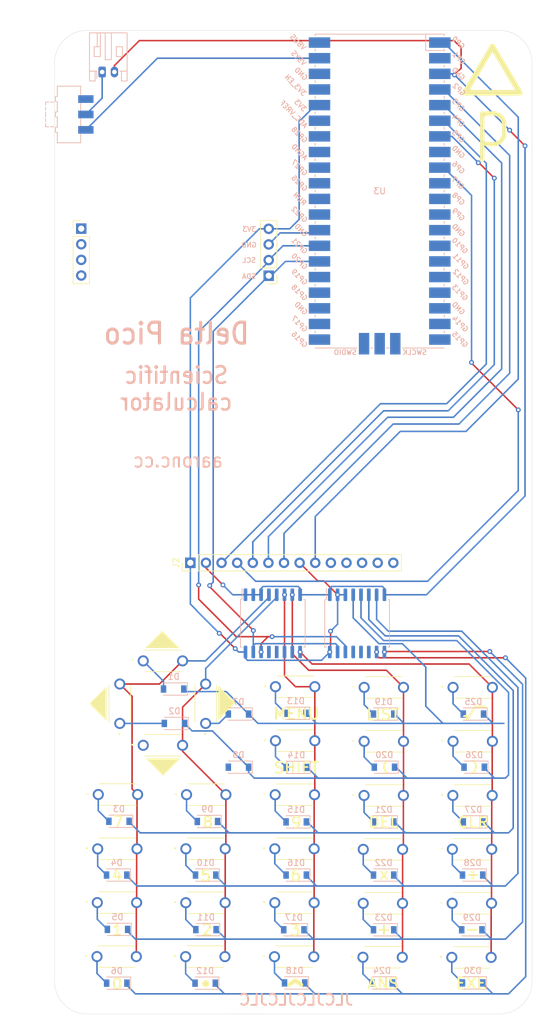
<source format=kicad_pcb>
(kicad_pcb (version 20171130) (host pcbnew 5.1.9)
  (layers (0 F.Cu signal) (31 B.Cu signal) (34 B.Paste user) (35 F.Paste user) (36 B.SilkS user) (37 F.SilkS user) (38 B.Mask user) (39 F.Mask user) (44 Edge.Cuts user))
  (net 0 "")
  (net 1 "Net-(D1-Pad2)")
  (net 2 ROW0)
  (net 3 "Net-(D2-Pad2)")
  (net 4 ROW1)
  (net 5 "Net-(D3-Pad2)")
  (net 6 ROW2)
  (net 7 "Net-(D4-Pad2)")
  (net 8 ROW3)
  (net 9 "Net-(D5-Pad2)")
  (net 10 ROW4)
  (net 11 "Net-(D6-Pad2)")
  (net 12 ROW5)
  (net 13 "Net-(D7-Pad2)")
  (net 14 "Net-(D8-Pad2)")
  (net 15 "Net-(D9-Pad2)")
  (net 16 "Net-(D10-Pad2)")
  (net 17 "Net-(D11-Pad2)")
  (net 18 "Net-(D12-Pad2)")
  (net 19 "Net-(D13-Pad2)")
  (net 20 "Net-(D14-Pad2)")
  (net 21 "Net-(D15-Pad2)")
  (net 22 "Net-(D16-Pad2)")
  (net 23 "Net-(D17-Pad2)")
  (net 24 "Net-(D18-Pad2)")
  (net 25 "Net-(D19-Pad2)")
  (net 26 "Net-(D20-Pad2)")
  (net 27 "Net-(D21-Pad2)")
  (net 28 "Net-(D22-Pad2)")
  (net 29 "Net-(D23-Pad2)")
  (net 30 "Net-(D24-Pad2)")
  (net 31 "Net-(D25-Pad2)")
  (net 32 "Net-(D26-Pad2)")
  (net 33 "Net-(D27-Pad2)")
  (net 34 "Net-(D28-Pad2)")
  (net 35 "Net-(D29-Pad2)")
  (net 36 "Net-(D30-Pad2)")
  (net 37 GND)
  (net 38 "Net-(J1-Pad1)")
  (net 39 "Net-(J2-Pad14)")
  (net 40 "Net-(J2-Pad13)")
  (net 41 "Net-(J2-Pad12)")
  (net 42 "Net-(J2-Pad11)")
  (net 43 "Net-(J2-Pad10)")
  (net 44 SDO)
  (net 45 3V3)
  (net 46 SCK)
  (net 47 SDI)
  (net 48 DC)
  (net 49 DISPLAY_RESET)
  (net 50 CS)
  (net 51 "Net-(SW1-Pad3)")
  (net 52 VIN)
  (net 53 COL0)
  (net 54 COL1)
  (net 55 COL2)
  (net 56 COL3)
  (net 57 COL4)
  (net 58 SDA)
  (net 59 SCL)
  (net 60 "Net-(U1-Pad13)")
  (net 61 "Net-(U1-Pad12)")
  (net 62 "Net-(U1-Pad11)")
  (net 63 "Net-(U1-Pad10)")
  (net 64 "Net-(U2-Pad13)")
  (net 65 "Net-(U2-Pad12)")
  (net 66 "Net-(U2-Pad11)")
  (net 67 "Net-(U3-Pad2)")
  (net 68 "Net-(U3-Pad10)")
  (net 69 "Net-(U3-Pad11)")
  (net 70 "Net-(U3-Pad12)")
  (net 71 "Net-(U3-Pad14)")
  (net 72 "Net-(U3-Pad15)")
  (net 73 "Net-(U3-Pad16)")
  (net 74 "Net-(U3-Pad17)")
  (net 75 "Net-(U3-Pad19)")
  (net 76 "Net-(U3-Pad20)")
  (net 77 "Net-(U3-Pad21)")
  (net 78 "Net-(U3-Pad22)")
  (net 79 "Net-(U3-Pad24)")
  (net 80 "Net-(U3-Pad25)")
  (net 81 "Net-(U3-Pad29)")
  (net 82 "Net-(U3-Pad31)")
  (net 83 "Net-(U3-Pad32)")
  (net 84 "Net-(U3-Pad34)")
  (net 85 "Net-(U3-Pad35)")
  (net 86 "Net-(U3-Pad37)")
  (net 87 "Net-(U3-Pad40)")
  (net 88 "Net-(U3-Pad41)")
  (net 89 "Net-(U3-Pad42)")
  (net 90 "Net-(U3-Pad43)")
  (net 91 "Net-(U3-Pad30)")
  (net 92 "Net-(U3-Pad23)")
  (net 93 "Net-(U3-Pad33)")
  (net 94 "Net-(U3-Pad38)")
  (net 95 "Net-(U3-Pad18)")
  (net 96 "Net-(U3-Pad13)")
  (net 97 "Net-(U3-Pad8)")
  (net 98 "Net-(J3-Pad3)")
  (module MountingHole:MountingHole_3.2mm_M3 (layer F.Cu) (at 39.55 52.25)
    (fp_text reference REF** hide)
    (fp_text value MountingHole_3.2mm_M3)
    (pad 1 np_thru_hole circle (at 0 0) (size 3.2 3.2) (drill 3.2) (layers *.Cu *.Mask))
  )
  (module MountingHole:MountingHole_3.2mm_M3 (layer F.Cu) (at 104.65 117.35)
    (fp_text reference REF** hide)
    (fp_text value MountingHole_3.2mm_M3)
    (pad 1 np_thru_hole circle (at 0 0) (size 3.2 3.2) (drill 3.2) (layers *.Cu *.Mask))
  )
  (module MountingHole:MountingHole_3.2mm_M3 (layer F.Cu) (at 39.65 117.2)
    (fp_text reference REF** hide)
    (fp_text value MountingHole_3.2mm_M3)
    (pad 1 np_thru_hole circle (at 0 0) (size 3.2 3.2) (drill 3.2) (layers *.Cu *.Mask))
  )
  (module Connector_PinHeader_2.54mm:PinHeader_1x04_P2.54mm_Vertical (layer F.Cu) (at 37.85 59.95)
    (fp_text reference REF** hide)
    (fp_text value PinHeader_1x04_P2.54mm_Vertical)
    (pad 4 thru_hole oval (at 0 7.62) (size 1.7 1.7) (drill 1) (layers *.Cu *.Mask))
    (pad 3 thru_hole oval (at 0 5.08) (size 1.7 1.7) (drill 1) (layers *.Cu *.Mask))
    (pad 2 thru_hole oval (at 0 2.54) (size 1.7 1.7) (drill 1) (layers *.Cu *.Mask))
    (pad 1 thru_hole rect (at 0 0) (size 1.7 1.7) (drill 1) (layers *.Cu *.Mask))
  )
  (module Connector_PinHeader_2.54mm:PinHeader_1x04_P2.54mm_Vertical (layer F.Cu) (at 68.35 67.6 180)
    (fp_text reference J3 hide)
    (fp_text value Conn_01x04)
    (pad 4 thru_hole oval (at 0 7.62 180) (size 1.7 1.7) (drill 1) (layers *.Cu *.Mask) (net 45 3V3))
    (pad 3 thru_hole oval (at 0 5.08 180) (size 1.7 1.7) (drill 1) (layers *.Cu *.Mask) (net 98 "Net-(J3-Pad3)"))
    (pad 2 thru_hole oval (at 0 2.54 180) (size 1.7 1.7) (drill 1) (layers *.Cu *.Mask) (net 59 SCL))
    (pad 1 thru_hole rect (at 0 0 180) (size 1.7 1.7) (drill 1) (layers *.Cu *.Mask) (net 58 SDA))
  )
  (module Button_Switch_SMD:SW_SPDT_CK-JS102011SAQN (layer B.Cu) (at 35.85 41.4 90)
    (fp_text reference SW1 hide)
    (fp_text value SW_SPDT)
    (pad "" np_thru_hole circle (at 3.4 0 90) (size 0.9 0.9) (drill 0.9) (layers *.Cu *.Mask))
    (pad "" np_thru_hole circle (at -3.4 0 90) (size 0.9 0.9) (drill 0.9) (layers *.Cu *.Mask))
    (pad 3 smd rect (at 2.5 2.75 90) (size 1.25 2.5) (layers B.Cu B.Paste B.Mask) (net 51 "Net-(SW1-Pad3)"))
    (pad 2 smd rect (at 0 2.75 90) (size 1.25 2.5) (layers B.Cu B.Paste B.Mask) (net 38 "Net-(J1-Pad1)"))
    (pad 1 smd rect (at -2.5 2.75 90) (size 1.25 2.5) (layers B.Cu B.Paste B.Mask) (net 52 VIN))
  )
  (module MCU_RaspberryPi_and_Boards:RPi_Pico_SMD (layer B.Cu) (at 86.4 53.85 180)
    (fp_text reference U3 (at 0 0) (layer B.SilkS) (effects (justify mirror)))
    (fp_text value Pico)
    (fp_text user SWDIO (at 5.6 -26.2) (layer B.SilkS) (effects (font (size 0.8 0.8)) (justify mirror)))
    (fp_text user SWCLK (at -5.7 -26.2) (layer B.SilkS) (effects (font (size 0.8 0.8)) (justify mirror)))
    (fp_text user AGND (at 13.054 6.35 315) (layer B.SilkS) (effects (font (size 0.8 0.8)) (justify mirror)))
    (fp_text user GND (at 12.8 19.05 315) (layer B.SilkS) (effects (font (size 0.8 0.8)) (justify mirror)))
    (fp_text user GND (at 12.8 -6.35 315) (layer B.SilkS) (effects (font (size 0.8 0.8)) (justify mirror)))
    (fp_text user GND (at 12.8 -19.05 315) (layer B.SilkS) (effects (font (size 0.8 0.8)) (justify mirror)))
    (fp_text user GND (at -12.8 -19.05 315) (layer B.SilkS) (effects (font (size 0.8 0.8)) (justify mirror)))
    (fp_text user GND (at -12.8 -6.35 315) (layer B.SilkS) (effects (font (size 0.8 0.8)) (justify mirror)))
    (fp_text user GND (at -12.8 6.35 315) (layer B.SilkS) (effects (font (size 0.8 0.8)) (justify mirror)))
    (fp_text user GND (at -12.8 19.05 315) (layer B.SilkS) (effects (font (size 0.8 0.8)) (justify mirror)))
    (fp_text user VBUS (at 13.3 24.2 315) (layer B.SilkS) (effects (font (size 0.8 0.8)) (justify mirror)))
    (fp_text user VSYS (at 13.2 21.59 315) (layer B.SilkS) (effects (font (size 0.8 0.8)) (justify mirror)))
    (fp_text user 3V3_EN (at 13.7 17.2 315) (layer B.SilkS) (effects (font (size 0.8 0.8)) (justify mirror)))
    (fp_text user 3V3 (at 12.9 13.9 315) (layer B.SilkS) (effects (font (size 0.8 0.8)) (justify mirror)))
    (fp_text user ADC_VREF (at 14 12.5 315) (layer B.SilkS) (effects (font (size 0.8 0.8)) (justify mirror)))
    (fp_text user GP28 (at 13.054 9.144 315) (layer B.SilkS) (effects (font (size 0.8 0.8)) (justify mirror)))
    (fp_text user GP27 (at 13.054 3.8 315) (layer B.SilkS) (effects (font (size 0.8 0.8)) (justify mirror)))
    (fp_text user GP26 (at 13.054 1.27 315) (layer B.SilkS) (effects (font (size 0.8 0.8)) (justify mirror)))
    (fp_text user RUN (at 13 -1.27 315) (layer B.SilkS) (effects (font (size 0.8 0.8)) (justify mirror)))
    (fp_text user GP22 (at 13.054 -3.81 315) (layer B.SilkS) (effects (font (size 0.8 0.8)) (justify mirror)))
    (fp_text user GP21 (at 13.054 -8.9 315) (layer B.SilkS) (effects (font (size 0.8 0.8)) (justify mirror)))
    (fp_text user GP20 (at 13.054 -11.43 315) (layer B.SilkS) (effects (font (size 0.8 0.8)) (justify mirror)))
    (fp_text user GP19 (at 13.054 -13.97 315) (layer B.SilkS) (effects (font (size 0.8 0.8)) (justify mirror)))
    (fp_text user GP18 (at 13.054 -16.51 315) (layer B.SilkS) (effects (font (size 0.8 0.8)) (justify mirror)))
    (fp_text user GP17 (at 13.054 -21.59 315) (layer B.SilkS) (effects (font (size 0.8 0.8)) (justify mirror)))
    (fp_text user GP16 (at 13.054 -24.13 315) (layer B.SilkS) (effects (font (size 0.8 0.8)) (justify mirror)))
    (fp_text user GP15 (at -13.054 -24.13 315) (layer B.SilkS) (effects (font (size 0.8 0.8)) (justify mirror)))
    (fp_text user GP14 (at -13.1 -21.59 315) (layer B.SilkS) (effects (font (size 0.8 0.8)) (justify mirror)))
    (fp_text user GP13 (at -13.054 -16.51 315) (layer B.SilkS) (effects (font (size 0.8 0.8)) (justify mirror)))
    (fp_text user GP12 (at -13.2 -13.97 315) (layer B.SilkS) (effects (font (size 0.8 0.8)) (justify mirror)))
    (fp_text user GP11 (at -13.2 -11.43 315) (layer B.SilkS) (effects (font (size 0.8 0.8)) (justify mirror)))
    (fp_text user GP10 (at -13.054 -8.89 315) (layer B.SilkS) (effects (font (size 0.8 0.8)) (justify mirror)))
    (fp_text user GP9 (at -12.8 -3.81 315) (layer B.SilkS) (effects (font (size 0.8 0.8)) (justify mirror)))
    (fp_text user GP8 (at -12.8 -1.27 315) (layer B.SilkS) (effects (font (size 0.8 0.8)) (justify mirror)))
    (fp_text user GP7 (at -12.7 1.3 315) (layer B.SilkS) (effects (font (size 0.8 0.8)) (justify mirror)))
    (fp_text user GP6 (at -12.8 3.81 315) (layer B.SilkS) (effects (font (size 0.8 0.8)) (justify mirror)))
    (fp_text user GP5 (at -12.8 8.89 315) (layer B.SilkS) (effects (font (size 0.8 0.8)) (justify mirror)))
    (fp_text user GP4 (at -12.8 11.43 315) (layer B.SilkS) (effects (font (size 0.8 0.8)) (justify mirror)))
    (fp_text user GP3 (at -12.8 13.97 315) (layer B.SilkS) (effects (font (size 0.8 0.8)) (justify mirror)))
    (fp_text user GP0 (at -12.8 24.13 315) (layer B.SilkS) (effects (font (size 0.8 0.8)) (justify mirror)))
    (fp_text user GP2 (at -12.9 16.51 315) (layer B.SilkS) (effects (font (size 0.8 0.8)) (justify mirror)))
    (fp_text user GP1 (at -12.9 21.6 315) (layer B.SilkS) (effects (font (size 0.8 0.8)) (justify mirror)))
    (pad 43 smd rect (at 2.54 -23.9 90) (size 3.5 1.7) (drill (offset -0.9 0)) (layers B.Cu B.Mask) (net 90 "Net-(U3-Pad43)"))
    (pad 42 smd rect (at 0 -23.9 90) (size 3.5 1.7) (drill (offset -0.9 0)) (layers B.Cu B.Mask) (net 89 "Net-(U3-Pad42)"))
    (pad 41 smd rect (at -2.54 -23.9 90) (size 3.5 1.7) (drill (offset -0.9 0)) (layers B.Cu B.Mask) (net 88 "Net-(U3-Pad41)"))
    (pad 21 smd rect (at 8.89 -24.13 180) (size 3.5 1.7) (drill (offset 0.9 0)) (layers B.Cu B.Mask) (net 77 "Net-(U3-Pad21)"))
    (pad 22 smd rect (at 8.89 -21.59 180) (size 3.5 1.7) (drill (offset 0.9 0)) (layers B.Cu B.Mask) (net 78 "Net-(U3-Pad22)"))
    (pad 23 smd rect (at 8.89 -19.05 180) (size 3.5 1.7) (drill (offset 0.9 0)) (layers B.Cu B.Mask) (net 92 "Net-(U3-Pad23)"))
    (pad 24 smd rect (at 8.89 -16.51 180) (size 3.5 1.7) (drill (offset 0.9 0)) (layers B.Cu B.Mask) (net 79 "Net-(U3-Pad24)"))
    (pad 25 smd rect (at 8.89 -13.97 180) (size 3.5 1.7) (drill (offset 0.9 0)) (layers B.Cu B.Mask) (net 80 "Net-(U3-Pad25)"))
    (pad 26 smd rect (at 8.89 -11.43 180) (size 3.5 1.7) (drill (offset 0.9 0)) (layers B.Cu B.Mask) (net 58 SDA))
    (pad 27 smd rect (at 8.89 -8.89 180) (size 3.5 1.7) (drill (offset 0.9 0)) (layers B.Cu B.Mask) (net 59 SCL))
    (pad 28 smd rect (at 8.89 -6.35 180) (size 3.5 1.7) (drill (offset 0.9 0)) (layers B.Cu B.Mask) (net 98 "Net-(J3-Pad3)"))
    (pad 29 smd rect (at 8.89 -3.81 180) (size 3.5 1.7) (drill (offset 0.9 0)) (layers B.Cu B.Mask) (net 81 "Net-(U3-Pad29)"))
    (pad 30 smd rect (at 8.89 -1.27 180) (size 3.5 1.7) (drill (offset 0.9 0)) (layers B.Cu B.Mask) (net 91 "Net-(U3-Pad30)"))
    (pad 31 smd rect (at 8.89 1.27 180) (size 3.5 1.7) (drill (offset 0.9 0)) (layers B.Cu B.Mask) (net 82 "Net-(U3-Pad31)"))
    (pad 32 smd rect (at 8.89 3.81 180) (size 3.5 1.7) (drill (offset 0.9 0)) (layers B.Cu B.Mask) (net 83 "Net-(U3-Pad32)"))
    (pad 33 smd rect (at 8.89 6.35 180) (size 3.5 1.7) (drill (offset 0.9 0)) (layers B.Cu B.Mask) (net 93 "Net-(U3-Pad33)"))
    (pad 34 smd rect (at 8.89 8.89 180) (size 3.5 1.7) (drill (offset 0.9 0)) (layers B.Cu B.Mask) (net 84 "Net-(U3-Pad34)"))
    (pad 35 smd rect (at 8.89 11.43 180) (size 3.5 1.7) (drill (offset 0.9 0)) (layers B.Cu B.Mask) (net 85 "Net-(U3-Pad35)"))
    (pad 36 smd rect (at 8.89 13.97 180) (size 3.5 1.7) (drill (offset 0.9 0)) (layers B.Cu B.Mask) (net 45 3V3))
    (pad 37 smd rect (at 8.89 16.51 180) (size 3.5 1.7) (drill (offset 0.9 0)) (layers B.Cu B.Mask) (net 86 "Net-(U3-Pad37)"))
    (pad 38 smd rect (at 8.89 19.05 180) (size 3.5 1.7) (drill (offset 0.9 0)) (layers B.Cu B.Mask) (net 94 "Net-(U3-Pad38)"))
    (pad 39 smd rect (at 8.89 21.59 180) (size 3.5 1.7) (drill (offset 0.9 0)) (layers B.Cu B.Mask) (net 52 VIN))
    (pad 40 smd rect (at 8.89 24.13 180) (size 3.5 1.7) (drill (offset 0.9 0)) (layers B.Cu B.Mask) (net 87 "Net-(U3-Pad40)"))
    (pad 20 smd rect (at -8.89 -24.13 180) (size 3.5 1.7) (drill (offset -0.9 0)) (layers B.Cu B.Mask) (net 76 "Net-(U3-Pad20)"))
    (pad 19 smd rect (at -8.89 -21.59 180) (size 3.5 1.7) (drill (offset -0.9 0)) (layers B.Cu B.Mask) (net 75 "Net-(U3-Pad19)"))
    (pad 18 smd rect (at -8.89 -19.05 180) (size 3.5 1.7) (drill (offset -0.9 0)) (layers B.Cu B.Mask) (net 95 "Net-(U3-Pad18)"))
    (pad 17 smd rect (at -8.89 -16.51 180) (size 3.5 1.7) (drill (offset -0.9 0)) (layers B.Cu B.Mask) (net 74 "Net-(U3-Pad17)"))
    (pad 16 smd rect (at -8.89 -13.97 180) (size 3.5 1.7) (drill (offset -0.9 0)) (layers B.Cu B.Mask) (net 73 "Net-(U3-Pad16)"))
    (pad 15 smd rect (at -8.89 -11.43 180) (size 3.5 1.7) (drill (offset -0.9 0)) (layers B.Cu B.Mask) (net 72 "Net-(U3-Pad15)"))
    (pad 14 smd rect (at -8.89 -8.89 180) (size 3.5 1.7) (drill (offset -0.9 0)) (layers B.Cu B.Mask) (net 71 "Net-(U3-Pad14)"))
    (pad 13 smd rect (at -8.89 -6.35 180) (size 3.5 1.7) (drill (offset -0.9 0)) (layers B.Cu B.Mask) (net 96 "Net-(U3-Pad13)"))
    (pad 12 smd rect (at -8.89 -3.81 180) (size 3.5 1.7) (drill (offset -0.9 0)) (layers B.Cu B.Mask) (net 70 "Net-(U3-Pad12)"))
    (pad 11 smd rect (at -8.89 -1.27 180) (size 3.5 1.7) (drill (offset -0.9 0)) (layers B.Cu B.Mask) (net 69 "Net-(U3-Pad11)"))
    (pad 10 smd rect (at -8.89 1.27 180) (size 3.5 1.7) (drill (offset -0.9 0)) (layers B.Cu B.Mask) (net 68 "Net-(U3-Pad10)"))
    (pad 9 smd rect (at -8.89 3.81 180) (size 3.5 1.7) (drill (offset -0.9 0)) (layers B.Cu B.Mask) (net 49 DISPLAY_RESET))
    (pad 8 smd rect (at -8.89 6.35 180) (size 3.5 1.7) (drill (offset -0.9 0)) (layers B.Cu B.Mask) (net 97 "Net-(U3-Pad8)"))
    (pad 7 smd rect (at -8.89 8.89 180) (size 3.5 1.7) (drill (offset -0.9 0)) (layers B.Cu B.Mask) (net 48 DC))
    (pad 6 smd rect (at -8.89 11.43 180) (size 3.5 1.7) (drill (offset -0.9 0)) (layers B.Cu B.Mask) (net 50 CS))
    (pad 5 smd rect (at -8.89 13.97 180) (size 3.5 1.7) (drill (offset -0.9 0)) (layers B.Cu B.Mask) (net 47 SDI))
    (pad 4 smd rect (at -8.89 16.51 180) (size 3.5 1.7) (drill (offset -0.9 0)) (layers B.Cu B.Mask) (net 46 SCK))
    (pad 3 smd rect (at -8.89 19.05 180) (size 3.5 1.7) (drill (offset -0.9 0)) (layers B.Cu B.Mask) (net 37 GND))
    (pad 2 smd rect (at -8.89 21.59 180) (size 3.5 1.7) (drill (offset -0.9 0)) (layers B.Cu B.Mask) (net 67 "Net-(U3-Pad2)"))
    (pad 1 smd rect (at -8.89 24.13 180) (size 3.5 1.7) (drill (offset -0.9 0)) (layers B.Cu B.Mask) (net 44 SDO))
  )
  (module Diode_SMD:D_SOD-123 (layer B.Cu) (at 52.886 134.758 180)
    (fp_text reference D1 (at 0 2) (layer B.SilkS) (effects (justify mirror)))
    (fp_text value D)
    (pad 2 smd rect (at 1.65 0 180) (size 0.9 1.2) (layers B.Cu B.Paste B.Mask) (net 1 "Net-(D1-Pad2)"))
    (pad 1 smd rect (at -1.65 0 180) (size 0.9 1.2) (layers B.Cu B.Paste B.Mask) (net 2 ROW0))
  )
  (module Package_SO:SOIC-16W_7.5x10.3mm_P1.27mm (layer B.Cu) (at 82.73 124.09 270)
    (fp_text reference U2 hide)
    (fp_text value PCF8574A)
    (pad 16 smd roundrect (at 4.65 4.445 270) (size 2.05 0.6) (layers B.Cu B.Paste B.Mask) (net 45 3V3))
    (pad 15 smd roundrect (at 4.65 3.175 270) (size 2.05 0.6) (layers B.Cu B.Paste B.Mask) (net 58 SDA))
    (pad 14 smd roundrect (at 4.65 1.905 270) (size 2.05 0.6) (layers B.Cu B.Paste B.Mask) (net 59 SCL))
    (pad 13 smd roundrect (at 4.65 0.635 270) (size 2.05 0.6) (layers B.Cu B.Paste B.Mask) (net 64 "Net-(U2-Pad13)"))
    (pad 12 smd roundrect (at 4.65 -0.635 270) (size 2.05 0.6) (layers B.Cu B.Paste B.Mask) (net 65 "Net-(U2-Pad12)"))
    (pad 11 smd roundrect (at 4.65 -1.905 270) (size 2.05 0.6) (layers B.Cu B.Paste B.Mask) (net 66 "Net-(U2-Pad11)"))
    (pad 10 smd roundrect (at 4.65 -3.175 270) (size 2.05 0.6) (layers B.Cu B.Paste B.Mask) (net 12 ROW5))
    (pad 9 smd roundrect (at 4.65 -4.445 270) (size 2.05 0.6) (layers B.Cu B.Paste B.Mask) (net 10 ROW4))
    (pad 8 smd roundrect (at -4.65 -4.445 270) (size 2.05 0.6) (layers B.Cu B.Paste B.Mask) (net 37 GND))
    (pad 7 smd roundrect (at -4.65 -3.175 270) (size 2.05 0.6) (layers B.Cu B.Paste B.Mask) (net 8 ROW3))
    (pad 6 smd roundrect (at -4.65 -1.905 270) (size 2.05 0.6) (layers B.Cu B.Paste B.Mask) (net 6 ROW2))
    (pad 5 smd roundrect (at -4.65 -0.635 270) (size 2.05 0.6) (layers B.Cu B.Paste B.Mask) (net 4 ROW1))
    (pad 4 smd roundrect (at -4.65 0.635 270) (size 2.05 0.6) (layers B.Cu B.Paste B.Mask) (net 2 ROW0))
    (pad 3 smd roundrect (at -4.65 1.905 270) (size 2.05 0.6) (layers B.Cu B.Paste B.Mask) (net 45 3V3))
    (pad 2 smd roundrect (at -4.65 3.175 270) (size 2.05 0.6) (layers B.Cu B.Paste B.Mask) (net 45 3V3))
    (pad 1 smd roundrect (at -4.65 4.445 270) (size 2.05 0.6) (layers B.Cu B.Paste B.Mask) (net 37 GND))
  )
  (module Package_SO:SOIC-16W_7.5x10.3mm_P1.27mm (layer B.Cu) (at 69.014 124.09 270)
    (fp_text reference U1 hide)
    (fp_text value PCF8574A)
    (pad 16 smd roundrect (at 4.65 4.445 270) (size 2.05 0.6) (layers B.Cu B.Paste B.Mask) (net 45 3V3))
    (pad 15 smd roundrect (at 4.65 3.175 270) (size 2.05 0.6) (layers B.Cu B.Paste B.Mask) (net 58 SDA))
    (pad 14 smd roundrect (at 4.65 1.905 270) (size 2.05 0.6) (layers B.Cu B.Paste B.Mask) (net 59 SCL))
    (pad 13 smd roundrect (at 4.65 0.635 270) (size 2.05 0.6) (layers B.Cu B.Paste B.Mask) (net 60 "Net-(U1-Pad13)"))
    (pad 12 smd roundrect (at 4.65 -0.635 270) (size 2.05 0.6) (layers B.Cu B.Paste B.Mask) (net 61 "Net-(U1-Pad12)"))
    (pad 11 smd roundrect (at 4.65 -1.905 270) (size 2.05 0.6) (layers B.Cu B.Paste B.Mask) (net 62 "Net-(U1-Pad11)"))
    (pad 10 smd roundrect (at 4.65 -3.175 270) (size 2.05 0.6) (layers B.Cu B.Paste B.Mask) (net 63 "Net-(U1-Pad10)"))
    (pad 9 smd roundrect (at 4.65 -4.445 270) (size 2.05 0.6) (layers B.Cu B.Paste B.Mask) (net 57 COL4))
    (pad 8 smd roundrect (at -4.65 -4.445 270) (size 2.05 0.6) (layers B.Cu B.Paste B.Mask) (net 37 GND))
    (pad 7 smd roundrect (at -4.65 -3.175 270) (size 2.05 0.6) (layers B.Cu B.Paste B.Mask) (net 56 COL3))
    (pad 6 smd roundrect (at -4.65 -1.905 270) (size 2.05 0.6) (layers B.Cu B.Paste B.Mask) (net 55 COL2))
    (pad 5 smd roundrect (at -4.65 -0.635 270) (size 2.05 0.6) (layers B.Cu B.Paste B.Mask) (net 54 COL1))
    (pad 4 smd roundrect (at -4.65 0.635 270) (size 2.05 0.6) (layers B.Cu B.Paste B.Mask) (net 53 COL0))
    (pad 3 smd roundrect (at -4.65 1.905 270) (size 2.05 0.6) (layers B.Cu B.Paste B.Mask) (net 37 GND))
    (pad 2 smd roundrect (at -4.65 3.175 270) (size 2.05 0.6) (layers B.Cu B.Paste B.Mask) (net 37 GND))
    (pad 1 smd roundrect (at -4.65 4.445 270) (size 2.05 0.6) (layers B.Cu B.Paste B.Mask) (net 37 GND))
  )
  (module PTS636SL43LFS:PTS636SL43LFS (layer F.Cu) (at 98.14 178.36)
    (fp_text reference SW31 hide)
    (fp_text value SW_Push hide)
    (pad 2 thru_hole circle (at 6.4 0) (size 1.8 1.8) (drill 1.2) (layers *.Cu *.Mask) (net 57 COL4))
    (pad 1 thru_hole circle (at 0 0) (size 1.8 1.8) (drill 1.2) (layers *.Cu *.Mask) (net 36 "Net-(D30-Pad2)"))
  )
  (module PTS636SL43LFS:PTS636SL43LFS (layer F.Cu) (at 98.2 169.57)
    (fp_text reference SW30 hide)
    (fp_text value SW_Push hide)
    (pad 2 thru_hole circle (at 6.4 0) (size 1.8 1.8) (drill 1.2) (layers *.Cu *.Mask) (net 57 COL4))
    (pad 1 thru_hole circle (at 0 0) (size 1.8 1.8) (drill 1.2) (layers *.Cu *.Mask) (net 35 "Net-(D29-Pad2)"))
  )
  (module PTS636SL43LFS:PTS636SL43LFS (layer F.Cu) (at 98.23 160.79)
    (fp_text reference SW29 hide)
    (fp_text value SW_Push hide)
    (pad 2 thru_hole circle (at 6.4 0) (size 1.8 1.8) (drill 1.2) (layers *.Cu *.Mask) (net 57 COL4))
    (pad 1 thru_hole circle (at 0 0) (size 1.8 1.8) (drill 1.2) (layers *.Cu *.Mask) (net 34 "Net-(D28-Pad2)"))
  )
  (module PTS636SL43LFS:PTS636SL43LFS (layer F.Cu) (at 98.31 152.05)
    (fp_text reference SW28 hide)
    (fp_text value SW_Push hide)
    (pad 2 thru_hole circle (at 6.4 0) (size 1.8 1.8) (drill 1.2) (layers *.Cu *.Mask) (net 57 COL4))
    (pad 1 thru_hole circle (at 0 0) (size 1.8 1.8) (drill 1.2) (layers *.Cu *.Mask) (net 33 "Net-(D27-Pad2)"))
  )
  (module PTS636SL43LFS:PTS636SL43LFS (layer F.Cu) (at 98.34 143.25)
    (fp_text reference SW27 hide)
    (fp_text value SW_Push hide)
    (pad 2 thru_hole circle (at 6.4 0) (size 1.8 1.8) (drill 1.2) (layers *.Cu *.Mask) (net 57 COL4))
    (pad 1 thru_hole circle (at 0 0) (size 1.8 1.8) (drill 1.2) (layers *.Cu *.Mask) (net 32 "Net-(D26-Pad2)"))
  )
  (module PTS636SL43LFS:PTS636SL43LFS (layer F.Cu) (at 98.34 134.49)
    (fp_text reference SW26 hide)
    (fp_text value SW_Push hide)
    (pad 2 thru_hole circle (at 6.4 0) (size 1.8 1.8) (drill 1.2) (layers *.Cu *.Mask) (net 57 COL4))
    (pad 1 thru_hole circle (at 0 0) (size 1.8 1.8) (drill 1.2) (layers *.Cu *.Mask) (net 31 "Net-(D25-Pad2)"))
  )
  (module PTS636SL43LFS:PTS636SL43LFS (layer F.Cu) (at 83.68 178.34)
    (fp_text reference SW25 hide)
    (fp_text value SW_Push hide)
    (pad 2 thru_hole circle (at 6.4 0) (size 1.8 1.8) (drill 1.2) (layers *.Cu *.Mask) (net 56 COL3))
    (pad 1 thru_hole circle (at 0 0) (size 1.8 1.8) (drill 1.2) (layers *.Cu *.Mask) (net 30 "Net-(D24-Pad2)"))
  )
  (module PTS636SL43LFS:PTS636SL43LFS (layer F.Cu) (at 83.72 169.58)
    (fp_text reference SW24 hide)
    (fp_text value SW_Push hide)
    (pad 2 thru_hole circle (at 6.4 0) (size 1.8 1.8) (drill 1.2) (layers *.Cu *.Mask) (net 56 COL3))
    (pad 1 thru_hole circle (at 0 0) (size 1.8 1.8) (drill 1.2) (layers *.Cu *.Mask) (net 29 "Net-(D23-Pad2)"))
  )
  (module PTS636SL43LFS:PTS636SL43LFS (layer F.Cu) (at 83.73 160.81)
    (fp_text reference SW23 hide)
    (fp_text value SW_Push hide)
    (pad 2 thru_hole circle (at 6.4 0) (size 1.8 1.8) (drill 1.2) (layers *.Cu *.Mask) (net 56 COL3))
    (pad 1 thru_hole circle (at 0 0) (size 1.8 1.8) (drill 1.2) (layers *.Cu *.Mask) (net 28 "Net-(D22-Pad2)"))
  )
  (module PTS636SL43LFS:PTS636SL43LFS (layer F.Cu) (at 83.86 152.05)
    (fp_text reference SW22 hide)
    (fp_text value SW_Push hide)
    (pad 2 thru_hole circle (at 6.4 0) (size 1.8 1.8) (drill 1.2) (layers *.Cu *.Mask) (net 56 COL3))
    (pad 1 thru_hole circle (at 0 0) (size 1.8 1.8) (drill 1.2) (layers *.Cu *.Mask) (net 27 "Net-(D21-Pad2)"))
  )
  (module PTS636SL43LFS:PTS636SL43LFS (layer F.Cu) (at 83.88 143.26)
    (fp_text reference SW21 hide)
    (fp_text value SW_Push hide)
    (pad 2 thru_hole circle (at 6.4 0) (size 1.8 1.8) (drill 1.2) (layers *.Cu *.Mask) (net 56 COL3))
    (pad 1 thru_hole circle (at 0 0) (size 1.8 1.8) (drill 1.2) (layers *.Cu *.Mask) (net 26 "Net-(D20-Pad2)"))
  )
  (module PTS636SL43LFS:PTS636SL43LFS (layer F.Cu) (at 83.88 134.49)
    (fp_text reference SW20 hide)
    (fp_text value SW_Push hide)
    (pad 2 thru_hole circle (at 6.4 0) (size 1.8 1.8) (drill 1.2) (layers *.Cu *.Mask) (net 56 COL3))
    (pad 1 thru_hole circle (at 0 0) (size 1.8 1.8) (drill 1.2) (layers *.Cu *.Mask) (net 25 "Net-(D19-Pad2)"))
  )
  (module PTS636SL43LFS:PTS636SL43LFS (layer F.Cu) (at 69.29 178.25)
    (fp_text reference SW19 hide)
    (fp_text value SW_Push hide)
    (pad 2 thru_hole circle (at 6.4 0) (size 1.8 1.8) (drill 1.2) (layers *.Cu *.Mask) (net 55 COL2))
    (pad 1 thru_hole circle (at 0 0) (size 1.8 1.8) (drill 1.2) (layers *.Cu *.Mask) (net 24 "Net-(D18-Pad2)"))
  )
  (module PTS636SL43LFS:PTS636SL43LFS (layer F.Cu) (at 69.34 169.48)
    (fp_text reference SW18 hide)
    (fp_text value SW_Push hide)
    (pad 2 thru_hole circle (at 6.4 0) (size 1.8 1.8) (drill 1.2) (layers *.Cu *.Mask) (net 55 COL2))
    (pad 1 thru_hole circle (at 0 0) (size 1.8 1.8) (drill 1.2) (layers *.Cu *.Mask) (net 23 "Net-(D17-Pad2)"))
  )
  (module PTS636SL43LFS:PTS636SL43LFS (layer F.Cu) (at 69.34 160.72)
    (fp_text reference SW17 hide)
    (fp_text value SW_Push hide)
    (pad 2 thru_hole circle (at 6.4 0) (size 1.8 1.8) (drill 1.2) (layers *.Cu *.Mask) (net 55 COL2))
    (pad 1 thru_hole circle (at 0 0) (size 1.8 1.8) (drill 1.2) (layers *.Cu *.Mask) (net 22 "Net-(D16-Pad2)"))
  )
  (module PTS636SL43LFS:PTS636SL43LFS (layer F.Cu) (at 69.4 151.93)
    (fp_text reference SW16 hide)
    (fp_text value SW_Push hide)
    (pad 2 thru_hole circle (at 6.4 0) (size 1.8 1.8) (drill 1.2) (layers *.Cu *.Mask) (net 55 COL2))
    (pad 1 thru_hole circle (at 0 0) (size 1.8 1.8) (drill 1.2) (layers *.Cu *.Mask) (net 21 "Net-(D15-Pad2)"))
  )
  (module PTS636SL43LFS:PTS636SL43LFS (layer F.Cu) (at 69.45 143.16)
    (fp_text reference SW15 hide)
    (fp_text value SW_Push hide)
    (pad 2 thru_hole circle (at 6.4 0) (size 1.8 1.8) (drill 1.2) (layers *.Cu *.Mask) (net 55 COL2))
    (pad 1 thru_hole circle (at 0 0) (size 1.8 1.8) (drill 1.2) (layers *.Cu *.Mask) (net 20 "Net-(D14-Pad2)"))
  )
  (module PTS636SL43LFS:PTS636SL43LFS (layer F.Cu) (at 69.45 134.38)
    (fp_text reference SW14 hide)
    (fp_text value SW_Push hide)
    (pad 2 thru_hole circle (at 6.4 0) (size 1.8 1.8) (drill 1.2) (layers *.Cu *.Mask) (net 55 COL2))
    (pad 1 thru_hole circle (at 0 0) (size 1.8 1.8) (drill 1.2) (layers *.Cu *.Mask) (net 19 "Net-(D13-Pad2)"))
  )
  (module PTS636SL43LFS:PTS636SL43LFS (layer F.Cu) (at 54.83 178.24)
    (fp_text reference SW13 hide)
    (fp_text value SW_Push hide)
    (pad 2 thru_hole circle (at 6.4 0) (size 1.8 1.8) (drill 1.2) (layers *.Cu *.Mask) (net 54 COL1))
    (pad 1 thru_hole circle (at 0 0) (size 1.8 1.8) (drill 1.2) (layers *.Cu *.Mask) (net 18 "Net-(D12-Pad2)"))
  )
  (module PTS636SL43LFS:PTS636SL43LFS (layer F.Cu) (at 54.86 169.48)
    (fp_text reference SW12 hide)
    (fp_text value SW_Push hide)
    (pad 2 thru_hole circle (at 6.4 0) (size 1.8 1.8) (drill 1.2) (layers *.Cu *.Mask) (net 54 COL1))
    (pad 1 thru_hole circle (at 0 0) (size 1.8 1.8) (drill 1.2) (layers *.Cu *.Mask) (net 17 "Net-(D11-Pad2)"))
  )
  (module PTS636SL43LFS:PTS636SL43LFS (layer F.Cu) (at 54.87 160.72)
    (fp_text reference SW11 hide)
    (fp_text value SW_Push hide)
    (pad 2 thru_hole circle (at 6.4 0) (size 1.8 1.8) (drill 1.2) (layers *.Cu *.Mask) (net 54 COL1))
    (pad 1 thru_hole circle (at 0 0) (size 1.8 1.8) (drill 1.2) (layers *.Cu *.Mask) (net 16 "Net-(D10-Pad2)"))
  )
  (module PTS636SL43LFS:PTS636SL43LFS (layer F.Cu) (at 54.98 151.92)
    (fp_text reference SW10 hide)
    (fp_text value SW_Push hide)
    (pad 2 thru_hole circle (at 6.4 0) (size 1.8 1.8) (drill 1.2) (layers *.Cu *.Mask) (net 54 COL1))
    (pad 1 thru_hole circle (at 0 0) (size 1.8 1.8) (drill 1.2) (layers *.Cu *.Mask) (net 15 "Net-(D9-Pad2)"))
  )
  (module PTS636SL43LFS:PTS636SL43LFS (layer F.Cu) (at 47.932 143.902)
    (fp_text reference SW9 hide)
    (fp_text value SW_Push hide)
    (pad 2 thru_hole circle (at 6.4 0) (size 1.8 1.8) (drill 1.2) (layers *.Cu *.Mask) (net 54 COL1))
    (pad 1 thru_hole circle (at 0 0) (size 1.8 1.8) (drill 1.2) (layers *.Cu *.Mask) (net 14 "Net-(D8-Pad2)"))
  )
  (module PTS636SL43LFS:PTS636SL43LFS (layer F.Cu) (at 58.092 140.346 90)
    (fp_text reference SW8 hide)
    (fp_text value SW_Push hide)
    (pad 2 thru_hole circle (at 6.4 0 90) (size 1.8 1.8) (drill 1.2) (layers *.Cu *.Mask) (net 54 COL1))
    (pad 1 thru_hole circle (at 0 0 90) (size 1.8 1.8) (drill 1.2) (layers *.Cu *.Mask) (net 13 "Net-(D7-Pad2)"))
  )
  (module PTS636SL43LFS:PTS636SL43LFS (layer F.Cu) (at 40.41 178.23)
    (fp_text reference SW7 hide)
    (fp_text value SW_Push hide)
    (pad 2 thru_hole circle (at 6.4 0) (size 1.8 1.8) (drill 1.2) (layers *.Cu *.Mask) (net 53 COL0))
    (pad 1 thru_hole circle (at 0 0) (size 1.8 1.8) (drill 1.2) (layers *.Cu *.Mask) (net 11 "Net-(D6-Pad2)"))
  )
  (module PTS636SL43LFS:PTS636SL43LFS (layer F.Cu) (at 40.46 169.46)
    (fp_text reference SW6 hide)
    (fp_text value SW_Push hide)
    (pad 2 thru_hole circle (at 6.4 0) (size 1.8 1.8) (drill 1.2) (layers *.Cu *.Mask) (net 53 COL0))
    (pad 1 thru_hole circle (at 0 0) (size 1.8 1.8) (drill 1.2) (layers *.Cu *.Mask) (net 9 "Net-(D5-Pad2)"))
  )
  (module PTS636SL43LFS:PTS636SL43LFS (layer F.Cu) (at 40.52 160.73)
    (fp_text reference SW5 hide)
    (fp_text value SW_Push hide)
    (pad 2 thru_hole circle (at 6.4 0) (size 1.8 1.8) (drill 1.2) (layers *.Cu *.Mask) (net 53 COL0))
    (pad 1 thru_hole circle (at 0 0) (size 1.8 1.8) (drill 1.2) (layers *.Cu *.Mask) (net 7 "Net-(D4-Pad2)"))
  )
  (module PTS636SL43LFS:PTS636SL43LFS (layer F.Cu) (at 40.62 151.9)
    (fp_text reference SW4 hide)
    (fp_text value SW_Push hide)
    (pad 2 thru_hole circle (at 6.4 0) (size 1.8 1.8) (drill 1.2) (layers *.Cu *.Mask) (net 53 COL0))
    (pad 1 thru_hole circle (at 0 0) (size 1.8 1.8) (drill 1.2) (layers *.Cu *.Mask) (net 5 "Net-(D3-Pad2)"))
  )
  (module PTS636SL43LFS:PTS636SL43LFS (layer F.Cu) (at 44.122 140.346 90)
    (fp_text reference SW3 hide)
    (fp_text value SW_Push hide)
    (pad 2 thru_hole circle (at 6.4 0 90) (size 1.8 1.8) (drill 1.2) (layers *.Cu *.Mask) (net 53 COL0))
    (pad 1 thru_hole circle (at 0 0 90) (size 1.8 1.8) (drill 1.2) (layers *.Cu *.Mask) (net 3 "Net-(D2-Pad2)"))
  )
  (module PTS636SL43LFS:PTS636SL43LFS (layer F.Cu) (at 47.932 130.186)
    (fp_text reference SW2 hide)
    (fp_text value SW_Push hide)
    (pad 2 thru_hole circle (at 6.4 0) (size 1.8 1.8) (drill 1.2) (layers *.Cu *.Mask) (net 53 COL0))
    (pad 1 thru_hole circle (at 0 0) (size 1.8 1.8) (drill 1.2) (layers *.Cu *.Mask) (net 1 "Net-(D1-Pad2)"))
  )
  (module Connector_PinHeader_2.54mm:PinHeader_1x14_P2.54mm_Vertical (layer F.Cu) (at 55.6 114.25 90)
    (fp_text reference J2 (at 0 -2.33 90) (layer F.SilkS))
    (fp_text value Conn_01x14)
    (pad 14 thru_hole oval (at 0 33.02 90) (size 1.7 1.7) (drill 1) (layers *.Cu *.Mask) (net 39 "Net-(J2-Pad14)"))
    (pad 13 thru_hole oval (at 0 30.48 90) (size 1.7 1.7) (drill 1) (layers *.Cu *.Mask) (net 40 "Net-(J2-Pad13)"))
    (pad 12 thru_hole oval (at 0 27.94 90) (size 1.7 1.7) (drill 1) (layers *.Cu *.Mask) (net 41 "Net-(J2-Pad12)"))
    (pad 11 thru_hole oval (at 0 25.4 90) (size 1.7 1.7) (drill 1) (layers *.Cu *.Mask) (net 42 "Net-(J2-Pad11)"))
    (pad 10 thru_hole oval (at 0 22.86 90) (size 1.7 1.7) (drill 1) (layers *.Cu *.Mask) (net 43 "Net-(J2-Pad10)"))
    (pad 9 thru_hole oval (at 0 20.32 90) (size 1.7 1.7) (drill 1) (layers *.Cu *.Mask) (net 44 SDO))
    (pad 8 thru_hole oval (at 0 17.78 90) (size 1.7 1.7) (drill 1) (layers *.Cu *.Mask) (net 45 3V3))
    (pad 7 thru_hole oval (at 0 15.24 90) (size 1.7 1.7) (drill 1) (layers *.Cu *.Mask) (net 46 SCK))
    (pad 6 thru_hole oval (at 0 12.7 90) (size 1.7 1.7) (drill 1) (layers *.Cu *.Mask) (net 47 SDI))
    (pad 5 thru_hole oval (at 0 10.16 90) (size 1.7 1.7) (drill 1) (layers *.Cu *.Mask) (net 48 DC))
    (pad 4 thru_hole oval (at 0 7.62 90) (size 1.7 1.7) (drill 1) (layers *.Cu *.Mask) (net 49 DISPLAY_RESET))
    (pad 3 thru_hole oval (at 0 5.08 90) (size 1.7 1.7) (drill 1) (layers *.Cu *.Mask) (net 50 CS))
    (pad 2 thru_hole oval (at 0 2.54 90) (size 1.7 1.7) (drill 1) (layers *.Cu *.Mask) (net 37 GND))
    (pad 1 thru_hole rect (at 0 0 90) (size 1.7 1.7) (drill 1) (layers *.Cu *.Mask) (net 45 3V3))
  )
  (module Connector_JST:JST_PH_S2B-PH-K_1x02_P2.00mm_Horizontal (layer B.Cu) (at 41.25 34.5)
    (fp_text reference J1 hide)
    (fp_text value Conn_01x02)
    (pad 2 thru_hole oval (at 2 0) (size 1.2 1.75) (drill 0.75) (layers *.Cu *.Mask) (net 37 GND))
    (pad 1 thru_hole roundrect (at 0 0) (size 1.2 1.75) (drill 0.75) (layers *.Cu *.Mask) (roundrect_rratio 0.2083325) (net 38 "Net-(J1-Pad1)"))
  )
  (module Diode_SMD:D_SOD-123 (layer B.Cu) (at 101.526 182.51 180)
    (fp_text reference D30 (at 0 2) (layer B.SilkS) (effects (justify mirror)))
    (fp_text value D)
    (pad 2 smd rect (at 1.65 0 180) (size 0.9 1.2) (layers B.Cu B.Paste B.Mask) (net 36 "Net-(D30-Pad2)"))
    (pad 1 smd rect (at -1.65 0 180) (size 0.9 1.2) (layers B.Cu B.Paste B.Mask) (net 12 ROW5))
  )
  (module Diode_SMD:D_SOD-123 (layer B.Cu) (at 101.398 173.874 180)
    (fp_text reference D29 (at 0 2) (layer B.SilkS) (effects (justify mirror)))
    (fp_text value D)
    (pad 2 smd rect (at 1.65 0 180) (size 0.9 1.2) (layers B.Cu B.Paste B.Mask) (net 35 "Net-(D29-Pad2)"))
    (pad 1 smd rect (at -1.65 0 180) (size 0.9 1.2) (layers B.Cu B.Paste B.Mask) (net 10 ROW4))
  )
  (module Diode_SMD:D_SOD-123 (layer B.Cu) (at 101.526 164.984 180)
    (fp_text reference D28 (at 0 2) (layer B.SilkS) (effects (justify mirror)))
    (fp_text value D)
    (pad 2 smd rect (at 1.65 0 180) (size 0.9 1.2) (layers B.Cu B.Paste B.Mask) (net 34 "Net-(D28-Pad2)"))
    (pad 1 smd rect (at -1.65 0 180) (size 0.9 1.2) (layers B.Cu B.Paste B.Mask) (net 8 ROW3))
  )
  (module Diode_SMD:D_SOD-123 (layer B.Cu) (at 101.652 156.348 180)
    (fp_text reference D27 (at 0 2) (layer B.SilkS) (effects (justify mirror)))
    (fp_text value D)
    (pad 2 smd rect (at 1.65 0 180) (size 0.9 1.2) (layers B.Cu B.Paste B.Mask) (net 33 "Net-(D27-Pad2)"))
    (pad 1 smd rect (at -1.65 0 180) (size 0.9 1.2) (layers B.Cu B.Paste B.Mask) (net 6 ROW2))
  )
  (module Diode_SMD:D_SOD-123 (layer B.Cu) (at 101.78 147.458 180)
    (fp_text reference D26 (at 0 2) (layer B.SilkS) (effects (justify mirror)))
    (fp_text value D)
    (pad 2 smd rect (at 1.65 0 180) (size 0.9 1.2) (layers B.Cu B.Paste B.Mask) (net 32 "Net-(D26-Pad2)"))
    (pad 1 smd rect (at -1.65 0 180) (size 0.9 1.2) (layers B.Cu B.Paste B.Mask) (net 4 ROW1))
  )
  (module Diode_SMD:D_SOD-123 (layer B.Cu) (at 101.652 138.822 180)
    (fp_text reference D25 (at 0 2) (layer B.SilkS) (effects (justify mirror)))
    (fp_text value D)
    (pad 2 smd rect (at 1.65 0 180) (size 0.9 1.2) (layers B.Cu B.Paste B.Mask) (net 31 "Net-(D25-Pad2)"))
    (pad 1 smd rect (at -1.65 0 180) (size 0.9 1.2) (layers B.Cu B.Paste B.Mask) (net 2 ROW0))
  )
  (module Diode_SMD:D_SOD-123 (layer B.Cu) (at 86.794 182.51 180)
    (fp_text reference D24 (at 0 2) (layer B.SilkS) (effects (justify mirror)))
    (fp_text value D)
    (pad 2 smd rect (at 1.65 0 180) (size 0.9 1.2) (layers B.Cu B.Paste B.Mask) (net 30 "Net-(D24-Pad2)"))
    (pad 1 smd rect (at -1.65 0 180) (size 0.9 1.2) (layers B.Cu B.Paste B.Mask) (net 12 ROW5))
  )
  (module Diode_SMD:D_SOD-123 (layer B.Cu) (at 87.048 173.874 180)
    (fp_text reference D23 (at 0 2) (layer B.SilkS) (effects (justify mirror)))
    (fp_text value D)
    (pad 2 smd rect (at 1.65 0 180) (size 0.9 1.2) (layers B.Cu B.Paste B.Mask) (net 29 "Net-(D23-Pad2)"))
    (pad 1 smd rect (at -1.65 0 180) (size 0.9 1.2) (layers B.Cu B.Paste B.Mask) (net 10 ROW4))
  )
  (module Diode_SMD:D_SOD-123 (layer B.Cu) (at 87.048 164.984 180)
    (fp_text reference D22 (at 0 2) (layer B.SilkS) (effects (justify mirror)))
    (fp_text value D)
    (pad 2 smd rect (at 1.65 0 180) (size 0.9 1.2) (layers B.Cu B.Paste B.Mask) (net 28 "Net-(D22-Pad2)"))
    (pad 1 smd rect (at -1.65 0 180) (size 0.9 1.2) (layers B.Cu B.Paste B.Mask) (net 8 ROW3))
  )
  (module Diode_SMD:D_SOD-123 (layer B.Cu) (at 87.048 156.348 180)
    (fp_text reference D21 (at 0 2) (layer B.SilkS) (effects (justify mirror)))
    (fp_text value D)
    (pad 2 smd rect (at 1.65 0 180) (size 0.9 1.2) (layers B.Cu B.Paste B.Mask) (net 27 "Net-(D21-Pad2)"))
    (pad 1 smd rect (at -1.65 0 180) (size 0.9 1.2) (layers B.Cu B.Paste B.Mask) (net 6 ROW2))
  )
  (module Diode_SMD:D_SOD-123 (layer B.Cu) (at 87.174 147.458 180)
    (fp_text reference D20 (at 0 2) (layer B.SilkS) (effects (justify mirror)))
    (fp_text value D)
    (pad 2 smd rect (at 1.65 0 180) (size 0.9 1.2) (layers B.Cu B.Paste B.Mask) (net 26 "Net-(D20-Pad2)"))
    (pad 1 smd rect (at -1.65 0 180) (size 0.9 1.2) (layers B.Cu B.Paste B.Mask) (net 4 ROW1))
  )
  (module Diode_SMD:D_SOD-123 (layer B.Cu) (at 87.048 138.822 180)
    (fp_text reference D19 (at 0 2) (layer B.SilkS) (effects (justify mirror)))
    (fp_text value D)
    (pad 2 smd rect (at 1.65 0 180) (size 0.9 1.2) (layers B.Cu B.Paste B.Mask) (net 25 "Net-(D19-Pad2)"))
    (pad 1 smd rect (at -1.65 0 180) (size 0.9 1.2) (layers B.Cu B.Paste B.Mask) (net 2 ROW0))
  )
  (module Diode_SMD:D_SOD-123 (layer B.Cu) (at 72.57 182.51 180)
    (fp_text reference D18 (at 0 2) (layer B.SilkS) (effects (justify mirror)))
    (fp_text value D)
    (pad 2 smd rect (at 1.65 0 180) (size 0.9 1.2) (layers B.Cu B.Paste B.Mask) (net 24 "Net-(D18-Pad2)"))
    (pad 1 smd rect (at -1.65 0 180) (size 0.9 1.2) (layers B.Cu B.Paste B.Mask) (net 12 ROW5))
  )
  (module Diode_SMD:D_SOD-123 (layer B.Cu) (at 72.442 173.874 180)
    (fp_text reference D17 (at 0 2) (layer B.SilkS) (effects (justify mirror)))
    (fp_text value D)
    (pad 2 smd rect (at 1.65 0 180) (size 0.9 1.2) (layers B.Cu B.Paste B.Mask) (net 23 "Net-(D17-Pad2)"))
    (pad 1 smd rect (at -1.65 0 180) (size 0.9 1.2) (layers B.Cu B.Paste B.Mask) (net 10 ROW4))
  )
  (module Diode_SMD:D_SOD-123 (layer B.Cu) (at 72.824 164.984 180)
    (fp_text reference D16 (at 0 2) (layer B.SilkS) (effects (justify mirror)))
    (fp_text value D)
    (pad 2 smd rect (at 1.65 0 180) (size 0.9 1.2) (layers B.Cu B.Paste B.Mask) (net 22 "Net-(D16-Pad2)"))
    (pad 1 smd rect (at -1.65 0 180) (size 0.9 1.2) (layers B.Cu B.Paste B.Mask) (net 8 ROW3))
  )
  (module Diode_SMD:D_SOD-123 (layer B.Cu) (at 72.824 156.348 180)
    (fp_text reference D15 (at 0 2) (layer B.SilkS) (effects (justify mirror)))
    (fp_text value D)
    (pad 2 smd rect (at 1.65 0 180) (size 0.9 1.2) (layers B.Cu B.Paste B.Mask) (net 21 "Net-(D15-Pad2)"))
    (pad 1 smd rect (at -1.65 0 180) (size 0.9 1.2) (layers B.Cu B.Paste B.Mask) (net 6 ROW2))
  )
  (module Diode_SMD:D_SOD-123 (layer B.Cu) (at 72.85 147.49 180)
    (fp_text reference D14 (at 0 2) (layer B.SilkS) (effects (justify mirror)))
    (fp_text value D)
    (pad 2 smd rect (at 1.65 0 180) (size 0.9 1.2) (layers B.Cu B.Paste B.Mask) (net 20 "Net-(D14-Pad2)"))
    (pad 1 smd rect (at -1.65 0 180) (size 0.9 1.2) (layers B.Cu B.Paste B.Mask) (net 4 ROW1))
  )
  (module Diode_SMD:D_SOD-123 (layer B.Cu) (at 72.76 138.7 180)
    (fp_text reference D13 (at 0 2) (layer B.SilkS) (effects (justify mirror)))
    (fp_text value D)
    (pad 2 smd rect (at 1.65 0 180) (size 0.9 1.2) (layers B.Cu B.Paste B.Mask) (net 19 "Net-(D13-Pad2)"))
    (pad 1 smd rect (at -1.65 0 180) (size 0.9 1.2) (layers B.Cu B.Paste B.Mask) (net 2 ROW0))
  )
  (module Diode_SMD:D_SOD-123 (layer B.Cu) (at 58.01 182.55 180)
    (fp_text reference D12 (at 0 2) (layer B.SilkS) (effects (justify mirror)))
    (fp_text value D)
    (pad 2 smd rect (at 1.65 0 180) (size 0.9 1.2) (layers B.Cu B.Paste B.Mask) (net 18 "Net-(D12-Pad2)"))
    (pad 1 smd rect (at -1.65 0 180) (size 0.9 1.2) (layers B.Cu B.Paste B.Mask) (net 12 ROW5))
  )
  (module Diode_SMD:D_SOD-123 (layer B.Cu) (at 58.14 173.85 180)
    (fp_text reference D11 (at 0 2) (layer B.SilkS) (effects (justify mirror)))
    (fp_text value D)
    (pad 2 smd rect (at 1.65 0 180) (size 0.9 1.2) (layers B.Cu B.Paste B.Mask) (net 17 "Net-(D11-Pad2)"))
    (pad 1 smd rect (at -1.65 0 180) (size 0.9 1.2) (layers B.Cu B.Paste B.Mask) (net 10 ROW4))
  )
  (module Diode_SMD:D_SOD-123 (layer B.Cu) (at 58.092 164.984 180)
    (fp_text reference D10 (at 0 2) (layer B.SilkS) (effects (justify mirror)))
    (fp_text value D)
    (pad 2 smd rect (at 1.65 0 180) (size 0.9 1.2) (layers B.Cu B.Paste B.Mask) (net 16 "Net-(D10-Pad2)"))
    (pad 1 smd rect (at -1.65 0 180) (size 0.9 1.2) (layers B.Cu B.Paste B.Mask) (net 8 ROW3))
  )
  (module Diode_SMD:D_SOD-123 (layer B.Cu) (at 58.38 156.28 180)
    (fp_text reference D9 (at 0 2) (layer B.SilkS) (effects (justify mirror)))
    (fp_text value D)
    (pad 2 smd rect (at 1.65 0 180) (size 0.9 1.2) (layers B.Cu B.Paste B.Mask) (net 15 "Net-(D9-Pad2)"))
    (pad 1 smd rect (at -1.65 0 180) (size 0.9 1.2) (layers B.Cu B.Paste B.Mask) (net 6 ROW2))
  )
  (module Diode_SMD:D_SOD-123 (layer B.Cu) (at 63.426 147.458 180)
    (fp_text reference D8 (at 0 2) (layer B.SilkS) (effects (justify mirror)))
    (fp_text value D)
    (pad 2 smd rect (at 1.65 0 180) (size 0.9 1.2) (layers B.Cu B.Paste B.Mask) (net 14 "Net-(D8-Pad2)"))
    (pad 1 smd rect (at -1.65 0 180) (size 0.9 1.2) (layers B.Cu B.Paste B.Mask) (net 4 ROW1))
  )
  (module Diode_SMD:D_SOD-123 (layer B.Cu) (at 63.426 138.822 180)
    (fp_text reference D7 (at 0 2) (layer B.SilkS) (effects (justify mirror)))
    (fp_text value D)
    (pad 2 smd rect (at 1.65 0 180) (size 0.9 1.2) (layers B.Cu B.Paste B.Mask) (net 13 "Net-(D7-Pad2)"))
    (pad 1 smd rect (at -1.65 0 180) (size 0.9 1.2) (layers B.Cu B.Paste B.Mask) (net 2 ROW0))
  )
  (module Diode_SMD:D_SOD-123 (layer B.Cu) (at 43.63 182.55 180)
    (fp_text reference D6 (at 0 2) (layer B.SilkS) (effects (justify mirror)))
    (fp_text value D)
    (pad 2 smd rect (at 1.65 0 180) (size 0.9 1.2) (layers B.Cu B.Paste B.Mask) (net 11 "Net-(D6-Pad2)"))
    (pad 1 smd rect (at -1.65 0 180) (size 0.9 1.2) (layers B.Cu B.Paste B.Mask) (net 12 ROW5))
  )
  (module Diode_SMD:D_SOD-123 (layer B.Cu) (at 43.75 173.81 180)
    (fp_text reference D5 (at 0 2) (layer B.SilkS) (effects (justify mirror)))
    (fp_text value D)
    (pad 2 smd rect (at 1.65 0 180) (size 0.9 1.2) (layers B.Cu B.Paste B.Mask) (net 9 "Net-(D5-Pad2)"))
    (pad 1 smd rect (at -1.65 0 180) (size 0.9 1.2) (layers B.Cu B.Paste B.Mask) (net 10 ROW4))
  )
  (module Diode_SMD:D_SOD-123 (layer B.Cu) (at 43.614 164.984 180)
    (fp_text reference D4 (at 0 2) (layer B.SilkS) (effects (justify mirror)))
    (fp_text value D)
    (pad 2 smd rect (at 1.65 0 180) (size 0.9 1.2) (layers B.Cu B.Paste B.Mask) (net 7 "Net-(D4-Pad2)"))
    (pad 1 smd rect (at -1.65 0 180) (size 0.9 1.2) (layers B.Cu B.Paste B.Mask) (net 8 ROW3))
  )
  (module Diode_SMD:D_SOD-123 (layer B.Cu) (at 43.99 156.25 180)
    (fp_text reference D3 (at 0 2) (layer B.SilkS) (effects (justify mirror)))
    (fp_text value D)
    (pad 2 smd rect (at 1.65 0 180) (size 0.9 1.2) (layers B.Cu B.Paste B.Mask) (net 5 "Net-(D3-Pad2)"))
    (pad 1 smd rect (at -1.65 0 180) (size 0.9 1.2) (layers B.Cu B.Paste B.Mask) (net 6 ROW2))
  )
  (module Diode_SMD:D_SOD-123 (layer B.Cu) (at 53.012 140.346 180)
    (fp_text reference D2 (at 0 2) (layer B.SilkS) (effects (justify mirror)))
    (fp_text value D)
    (pad 2 smd rect (at 1.65 0 180) (size 0.9 1.2) (layers B.Cu B.Paste B.Mask) (net 3 "Net-(D2-Pad2)"))
    (pad 1 smd rect (at -1.65 0 180) (size 0.9 1.2) (layers B.Cu B.Paste B.Mask) (net 4 ROW1))
  )
  (gr_text JLCJLCJLCJLC (at 72.8 185.25) (layer B.SilkS) (effects (font (size 1.8 1.8) (thickness 0.3)) (justify mirror)))
  (gr_poly (pts (xy 51.05 125.4) (xy 53.7 128.05) (xy 48.4 128.05)) (layer F.SilkS) (width 0.1))
  (gr_poly (pts (xy 62.85 137) (xy 60.2 139.65) (xy 60.2 134.35)) (layer F.SilkS) (width 0.1))
  (gr_poly (pts (xy 39.25 137.15) (xy 41.9 134.5) (xy 41.9 139.8)) (layer F.SilkS) (width 0.1))
  (gr_poly (pts (xy 51.15 148.75) (xy 48.5 146.1) (xy 53.8 146.1)) (layer F.SilkS) (width 0.1))
  (gr_line (start 101.95 137.6) (end 103.6 137.6) (layer F.SilkS) (width 0.3))
  (gr_text √ (at 100.85 138.95) (layer F.SilkS) (effects (font (size 1.8 1.8) (thickness 0.3))))
  (gr_text LIST (at 86.95 138.9) (layer F.SilkS) (effects (font (size 1.8 1.8) (thickness 0.3))))
  (gr_text EXE (at 101.3 182.6) (layer F.SilkS) (effects (font (size 1.8 1.8) (thickness 0.3))))
  (gr_text SHIFT (at 72.85 147.55) (layer F.SilkS) (effects (font (size 1.8 1.8) (thickness 0.3))))
  (gr_text MENU (at 72.85 138.8) (layer F.SilkS) (effects (font (size 1.8 1.8) (thickness 0.3))))
  (gr_text ")" (at 101.9 147.3) (layer F.SilkS) (effects (font (size 1.3 1.8) (thickness 0.3))))
  (gr_text "(" (at 87.3 147.3) (layer F.SilkS) (effects (font (size 1.3 1.8) (thickness 0.3))))
  (gr_text CLR (at 101.6 156.4) (layer F.SilkS) (effects (font (size 1.8 1.8) (thickness 0.3))))
  (gr_text ÷ (at 101.55 164.85) (layer F.SilkS) (effects (font (size 1.8 1.8) (thickness 0.3))))
  (gr_text - (at 101.45 173.75) (layer F.SilkS) (effects (font (size 1.8 1.8) (thickness 0.3))))
  (gr_text + (at 87.1 173.75) (layer F.SilkS) (effects (font (size 1.8 1.8) (thickness 0.3))))
  (gr_text x (at 87.1 164.8) (layer F.SilkS) (effects (font (size 1.8 1.8) (thickness 0.3))))
  (gr_text DEL (at 87.05 156.4) (layer F.SilkS) (effects (font (size 1.8 1.8) (thickness 0.3))))
  (gr_text 9 (at 72.85 156.45) (layer F.SilkS) (effects (font (size 1.8 1.8) (thickness 0.3))))
  (gr_text 8 (at 58.45 156.4) (layer F.SilkS) (effects (font (size 1.8 1.8) (thickness 0.3))))
  (gr_text 7 (at 43.85 156.35) (layer F.SilkS) (effects (font (size 1.8 1.8) (thickness 0.3))))
  (gr_text 4 (at 43.7 165.05) (layer F.SilkS) (effects (font (size 1.8 1.8) (thickness 0.3))))
  (gr_text 5 (at 58.1 165.1) (layer F.SilkS) (effects (font (size 1.8 1.8) (thickness 0.3))))
  (gr_text 6 (at 72.75 165.05) (layer F.SilkS) (effects (font (size 1.8 1.8) (thickness 0.3))))
  (gr_text ANS (at 87 182.6) (layer F.SilkS) (effects (font (size 1.8 1.8) (thickness 0.3))))
  (gr_text ^ (at 72.65 185.05) (layer F.SilkS) (effects (font (size 5 5) (thickness 0.7))))
  (gr_text 3 (at 72.65 173.95) (layer F.SilkS) (effects (font (size 1.8 1.8) (thickness 0.3))))
  (gr_text . (at 58.1 180.6) (layer F.SilkS) (effects (font (size 5 5) (thickness 0.7))))
  (gr_text 2 (at 58.3 173.9) (layer F.SilkS) (effects (font (size 1.8 1.8) (thickness 0.3))))
  (gr_text 1 (at 43.75 173.9) (layer F.SilkS) (effects (font (size 1.8 1.8) (thickness 0.3))))
  (gr_text 0 (at 43.7 182.7) (layer F.SilkS) (effects (font (size 1.8 1.8) (thickness 0.3))))
  (gr_text aaronc.cc (at 53.6 97.6) (layer B.SilkS) (effects (font (size 2.3 2) (thickness 0.3)) (justify mirror)))
  (gr_text "Scientific\ncalculator" (at 53.3 85.95) (layer B.SilkS) (effects (font (size 2.7 2.4) (thickness 0.4)) (justify mirror)))
  (gr_text "Delta Pico" (at 53.35 77) (layer B.SilkS) (effects (font (size 3.4 3) (thickness 0.5)) (justify mirror)))
  (gr_text SDA (at 65.15 67.7) (layer B.SilkS) (effects (font (size 0.8 0.8)) (justify mirror)))
  (gr_text SCL (at 65.15 65.1) (layer B.SilkS) (effects (font (size 0.8 0.8)) (justify mirror)))
  (gr_text GND (at 65.15 62.6) (layer B.SilkS) (effects (font (size 0.8 0.8)) (justify mirror)))
  (gr_text 3V3 (at 65.2 60.05) (layer B.SilkS) (effects (font (size 0.8 0.8)) (justify mirror)))
  (gr_text p (at 104.7 42.8) (layer F.SilkS) (effects (font (size 7.5 7.5) (thickness 0.7))))
  (gr_text Δ (at 104.75 34.45) (layer F.SilkS) (effects (font (size 7.5 13.35) (thickness 0.9))))
  (gr_line (start 38.8 27.746228) (end 105.896228 27.746228) (layer Edge.Cuts) (width 0.05))
  (gr_arc (start 105.9 182.25) (end 105.9 187.553772) (angle -90) (layer Edge.Cuts) (width 0.05))
  (gr_arc (start 105.896228 33.05) (end 111.2 33.05) (angle -90) (layer Edge.Cuts) (width 0.05))
  (gr_line (start 111.2 33.05) (end 111.2 182.25) (layer Edge.Cuts) (width 0.05))
  (gr_line (start 38.803772 187.553772) (end 105.9 187.55) (layer Edge.Cuts) (width 0.05))
  (gr_arc (start 38.8 33.05) (end 38.8 27.746228) (angle -90) (layer Edge.Cuts) (width 0.05))
  (gr_line (start 33.5 182.25) (end 33.5 33.05) (layer Edge.Cuts) (width 0.05))
  (gr_arc (start 38.803772 182.25) (end 33.5 182.25) (angle -90) (layer Edge.Cuts) (width 0.05))
  (segment (start 51.236 133.49) (end 51.236 134.758) (width 0.25) (layer B.Cu) (net 1))
  (segment (start 47.932 130.186) (end 51.236 133.49) (width 0.25) (layer B.Cu) (net 1))
  (segment (start 74.48 138.7) (end 76.126 140.346) (width 0.25) (layer B.Cu) (net 2))
  (segment (start 74.41 138.7) (end 74.48 138.7) (width 0.25) (layer B.Cu) (net 2))
  (segment (start 88.826 138.822) (end 90.35 140.346) (width 0.25) (layer B.Cu) (net 2))
  (segment (start 88.698 138.822) (end 88.826 138.822) (width 0.25) (layer B.Cu) (net 2))
  (segment (start 103.304 138.822) (end 104.828 140.346) (width 0.25) (layer B.Cu) (net 2))
  (segment (start 103.302 138.822) (end 103.304 138.822) (width 0.25) (layer B.Cu) (net 2))
  (segment (start 104.828 140.346) (end 106.606 140.346) (width 0.25) (layer B.Cu) (net 2))
  (segment (start 65.076 138.822) (end 66.6 140.346) (width 0.25) (layer B.Cu) (net 2))
  (segment (start 66.6 140.346) (end 76.126 140.346) (width 0.25) (layer B.Cu) (net 2))
  (segment (start 61.425001 135.171001) (end 65.076 138.822) (width 0.25) (layer B.Cu) (net 2))
  (segment (start 54.949001 135.171001) (end 61.425001 135.171001) (width 0.25) (layer B.Cu) (net 2))
  (segment (start 54.536 134.758) (end 54.949001 135.171001) (width 0.25) (layer B.Cu) (net 2))
  (segment (start 79.428 140.346) (end 90.35 140.346) (width 0.25) (layer B.Cu) (net 2))
  (segment (start 76.126 140.346) (end 79.428 140.346) (width 0.25) (layer B.Cu) (net 2))
  (segment (start 97.208 140.346) (end 96.7 140.346) (width 0.25) (layer B.Cu) (net 2))
  (segment (start 90.35 140.346) (end 97.208 140.346) (width 0.25) (layer B.Cu) (net 2))
  (segment (start 97.208 140.346) (end 104.828 140.346) (width 0.25) (layer B.Cu) (net 2))
  (segment (start 96.7 140.346) (end 93.906 137.552) (width 0.25) (layer B.Cu) (net 2))
  (segment (start 93.906 137.552) (end 93.906 131.202) (width 0.25) (layer B.Cu) (net 2))
  (segment (start 90.09399 127.38999) (end 86.28399 127.38999) (width 0.25) (layer B.Cu) (net 2))
  (segment (start 93.906 131.202) (end 90.09399 127.38999) (width 0.25) (layer B.Cu) (net 2))
  (segment (start 82.095 123.201) (end 82.095 119.44) (width 0.25) (layer B.Cu) (net 2))
  (segment (start 86.28399 127.38999) (end 82.095 123.201) (width 0.25) (layer B.Cu) (net 2))
  (segment (start 44.122 140.346) (end 51.362 140.346) (width 0.25) (layer B.Cu) (net 3))
  (segment (start 74.634 147.49) (end 76.38 149.236) (width 0.25) (layer B.Cu) (net 4))
  (segment (start 74.5 147.49) (end 74.634 147.49) (width 0.25) (layer B.Cu) (net 4))
  (segment (start 89.08 147.458) (end 90.858 149.236) (width 0.25) (layer B.Cu) (net 4))
  (segment (start 88.824 147.458) (end 89.08 147.458) (width 0.25) (layer B.Cu) (net 4))
  (segment (start 103.43 147.584) (end 105.082 149.236) (width 0.25) (layer B.Cu) (net 4))
  (segment (start 103.43 147.458) (end 103.43 147.584) (width 0.25) (layer B.Cu) (net 4))
  (segment (start 90.858 149.236) (end 105.082 149.236) (width 0.25) (layer B.Cu) (net 4))
  (segment (start 59.189001 141.571001) (end 65.076 147.458) (width 0.25) (layer B.Cu) (net 4))
  (segment (start 55.887001 141.571001) (end 59.189001 141.571001) (width 0.25) (layer B.Cu) (net 4))
  (segment (start 54.662 140.346) (end 55.887001 141.571001) (width 0.25) (layer B.Cu) (net 4))
  (segment (start 65.076 148.308) (end 66.004 149.236) (width 0.25) (layer B.Cu) (net 4))
  (segment (start 65.076 147.458) (end 65.076 148.308) (width 0.25) (layer B.Cu) (net 4))
  (segment (start 76.634 149.236) (end 90.858 149.236) (width 0.25) (layer B.Cu) (net 4))
  (segment (start 66.004 149.236) (end 76.634 149.236) (width 0.25) (layer B.Cu) (net 4))
  (segment (start 76.38 149.236) (end 76.634 149.236) (width 0.25) (layer B.Cu) (net 4))
  (segment (start 83.365 123.201) (end 83.365 119.44) (width 0.25) (layer B.Cu) (net 4))
  (segment (start 98.947002 126.884) (end 87.048 126.884) (width 0.25) (layer B.Cu) (net 4))
  (segment (start 107.368 148.728) (end 107.368 135.304998) (width 0.25) (layer B.Cu) (net 4))
  (segment (start 106.86 149.236) (end 107.368 148.728) (width 0.25) (layer B.Cu) (net 4))
  (segment (start 87.048 126.884) (end 83.365 123.201) (width 0.25) (layer B.Cu) (net 4))
  (segment (start 107.368 135.304998) (end 98.947002 126.884) (width 0.25) (layer B.Cu) (net 4))
  (segment (start 105.082 149.236) (end 106.86 149.236) (width 0.25) (layer B.Cu) (net 4))
  (segment (start 40.62 154.53) (end 42.34 156.25) (width 0.25) (layer B.Cu) (net 5))
  (segment (start 40.62 151.9) (end 40.62 154.53) (width 0.25) (layer B.Cu) (net 5))
  (segment (start 45.64 156.25) (end 45.64 156.342) (width 0.25) (layer B.Cu) (net 6))
  (segment (start 45.64 156.342) (end 47.424 158.126) (width 0.25) (layer B.Cu) (net 6))
  (segment (start 60.056 156.28) (end 61.902 158.126) (width 0.25) (layer B.Cu) (net 6))
  (segment (start 60.03 156.28) (end 60.056 156.28) (width 0.25) (layer B.Cu) (net 6))
  (segment (start 47.424 158.126) (end 61.902 158.126) (width 0.25) (layer B.Cu) (net 6))
  (segment (start 74.602 156.348) (end 76.38 158.126) (width 0.25) (layer B.Cu) (net 6))
  (segment (start 74.474 156.348) (end 74.602 156.348) (width 0.25) (layer B.Cu) (net 6))
  (segment (start 61.902 158.126) (end 76.38 158.126) (width 0.25) (layer B.Cu) (net 6))
  (segment (start 88.826 156.348) (end 90.604 158.126) (width 0.25) (layer B.Cu) (net 6))
  (segment (start 88.698 156.348) (end 88.826 156.348) (width 0.25) (layer B.Cu) (net 6))
  (segment (start 90.604 158.126) (end 99.859002 158.126) (width 0.25) (layer B.Cu) (net 6))
  (segment (start 76.38 158.126) (end 90.604 158.126) (width 0.25) (layer B.Cu) (net 6))
  (segment (start 103.304 156.348) (end 105.082 158.126) (width 0.25) (layer B.Cu) (net 6))
  (segment (start 103.302 156.348) (end 103.304 156.348) (width 0.25) (layer B.Cu) (net 6))
  (segment (start 99.859002 158.126) (end 105.082 158.126) (width 0.25) (layer B.Cu) (net 6))
  (segment (start 87.302 126.122) (end 84.635 123.455) (width 0.25) (layer B.Cu) (net 6))
  (segment (start 84.635 123.455) (end 84.635 119.44) (width 0.25) (layer B.Cu) (net 6))
  (segment (start 99.24 126.122) (end 87.302 126.122) (width 0.25) (layer B.Cu) (net 6))
  (segment (start 108.13 135.012) (end 99.24 126.122) (width 0.25) (layer B.Cu) (net 6))
  (segment (start 108.13 157.364) (end 108.13 135.012) (width 0.25) (layer B.Cu) (net 6))
  (segment (start 107.368 158.126) (end 108.13 157.364) (width 0.25) (layer B.Cu) (net 6))
  (segment (start 105.082 158.126) (end 107.368 158.126) (width 0.25) (layer B.Cu) (net 6))
  (segment (start 40.52 163.54) (end 41.964 164.984) (width 0.25) (layer B.Cu) (net 7))
  (segment (start 40.52 160.73) (end 40.52 163.54) (width 0.25) (layer B.Cu) (net 7))
  (segment (start 45.264 164.984) (end 45.264 165.11) (width 0.25) (layer B.Cu) (net 8))
  (segment (start 45.264 165.11) (end 46.063001 165.909001) (width 0.25) (layer B.Cu) (net 8))
  (segment (start 46.063001 165.909001) (end 46.916 166.762) (width 0.25) (layer B.Cu) (net 8))
  (segment (start 59.742 165.11) (end 61.394 166.762) (width 0.25) (layer B.Cu) (net 8))
  (segment (start 59.742 164.984) (end 59.742 165.11) (width 0.25) (layer B.Cu) (net 8))
  (segment (start 46.916 166.762) (end 61.394 166.762) (width 0.25) (layer B.Cu) (net 8))
  (segment (start 74.474 165.11) (end 76.126 166.762) (width 0.25) (layer B.Cu) (net 8))
  (segment (start 74.474 164.984) (end 74.474 165.11) (width 0.25) (layer B.Cu) (net 8))
  (segment (start 61.394 166.762) (end 76.126 166.762) (width 0.25) (layer B.Cu) (net 8))
  (segment (start 88.698 165.11) (end 90.35 166.762) (width 0.25) (layer B.Cu) (net 8))
  (segment (start 88.698 164.984) (end 88.698 165.11) (width 0.25) (layer B.Cu) (net 8))
  (segment (start 76.126 166.762) (end 90.35 166.762) (width 0.25) (layer B.Cu) (net 8))
  (segment (start 103.176 165.11) (end 104.828 166.762) (width 0.25) (layer B.Cu) (net 8))
  (segment (start 103.176 164.984) (end 103.176 165.11) (width 0.25) (layer B.Cu) (net 8))
  (segment (start 90.35 166.762) (end 104.828 166.762) (width 0.25) (layer B.Cu) (net 8))
  (segment (start 87.81 125.36) (end 85.905 123.455) (width 0.25) (layer B.Cu) (net 8))
  (segment (start 85.905 123.455) (end 85.905 119.44) (width 0.25) (layer B.Cu) (net 8))
  (segment (start 99.748 125.36) (end 87.81 125.36) (width 0.25) (layer B.Cu) (net 8))
  (segment (start 108.892 134.504) (end 99.748 125.36) (width 0.25) (layer B.Cu) (net 8))
  (segment (start 108.892 164.73) (end 108.892 134.504) (width 0.25) (layer B.Cu) (net 8))
  (segment (start 106.86 166.762) (end 108.892 164.73) (width 0.25) (layer B.Cu) (net 8))
  (segment (start 104.828 166.762) (end 106.86 166.762) (width 0.25) (layer B.Cu) (net 8))
  (segment (start 40.46 172.17) (end 42.1 173.81) (width 0.25) (layer B.Cu) (net 9))
  (segment (start 40.46 169.46) (end 40.46 172.17) (width 0.25) (layer B.Cu) (net 9))
  (segment (start 45.4 173.81) (end 45.4 174.136) (width 0.25) (layer B.Cu) (net 10))
  (segment (start 45.4 174.136) (end 46.662 175.398) (width 0.25) (layer B.Cu) (net 10))
  (segment (start 59.846 173.85) (end 61.394 175.398) (width 0.25) (layer B.Cu) (net 10))
  (segment (start 59.79 173.85) (end 59.846 173.85) (width 0.25) (layer B.Cu) (net 10))
  (segment (start 46.662 175.398) (end 61.394 175.398) (width 0.25) (layer B.Cu) (net 10))
  (segment (start 74.094 173.874) (end 75.618 175.398) (width 0.25) (layer B.Cu) (net 10))
  (segment (start 74.092 173.874) (end 74.094 173.874) (width 0.25) (layer B.Cu) (net 10))
  (segment (start 61.394 175.398) (end 75.618 175.398) (width 0.25) (layer B.Cu) (net 10))
  (segment (start 88.698 174) (end 90.096 175.398) (width 0.25) (layer B.Cu) (net 10))
  (segment (start 88.698 173.874) (end 88.698 174) (width 0.25) (layer B.Cu) (net 10))
  (segment (start 75.618 175.398) (end 90.096 175.398) (width 0.25) (layer B.Cu) (net 10))
  (segment (start 103.05 173.874) (end 104.574 175.398) (width 0.25) (layer B.Cu) (net 10))
  (segment (start 103.048 173.874) (end 103.05 173.874) (width 0.25) (layer B.Cu) (net 10))
  (segment (start 104.574 175.398) (end 106.606 175.398) (width 0.25) (layer B.Cu) (net 10))
  (segment (start 90.096 175.398) (end 104.574 175.398) (width 0.25) (layer B.Cu) (net 10))
  (segment (start 106.606 175.398) (end 106.86 175.398) (width 0.25) (layer B.Cu) (net 10))
  (segment (start 106.86 175.398) (end 109.654 172.604) (width 0.25) (layer B.Cu) (net 10))
  (segment (start 109.654 172.604) (end 109.654 133.996) (width 0.25) (layer B.Cu) (net 10))
  (via (at 104.32 128.662) (size 0.8) (drill 0.4) (layers F.Cu B.Cu) (net 10))
  (segment (start 109.654 133.996) (end 104.32 128.662) (width 0.25) (layer B.Cu) (net 10))
  (via (at 87.175 128.74) (size 0.8) (drill 0.4) (layers F.Cu B.Cu) (net 10))
  (segment (start 87.253 128.662) (end 87.175 128.74) (width 0.25) (layer F.Cu) (net 10))
  (segment (start 104.32 128.662) (end 87.253 128.662) (width 0.25) (layer F.Cu) (net 10))
  (segment (start 40.41 180.98) (end 41.98 182.55) (width 0.25) (layer B.Cu) (net 11))
  (segment (start 40.41 178.23) (end 40.41 180.98) (width 0.25) (layer B.Cu) (net 11))
  (segment (start 45.28 182.55) (end 45.28 182.906) (width 0.25) (layer B.Cu) (net 12))
  (segment (start 45.28 182.906) (end 46.662 184.288) (width 0.25) (layer B.Cu) (net 12))
  (segment (start 59.66 182.808) (end 61.14 184.288) (width 0.25) (layer B.Cu) (net 12))
  (segment (start 59.66 182.55) (end 59.66 182.808) (width 0.25) (layer B.Cu) (net 12))
  (segment (start 46.662 184.288) (end 61.14 184.288) (width 0.25) (layer B.Cu) (net 12))
  (segment (start 74.22 182.636) (end 75.872 184.288) (width 0.25) (layer B.Cu) (net 12))
  (segment (start 74.22 182.51) (end 74.22 182.636) (width 0.25) (layer B.Cu) (net 12))
  (segment (start 61.14 184.288) (end 75.872 184.288) (width 0.25) (layer B.Cu) (net 12))
  (segment (start 88.444 182.636) (end 90.096 184.288) (width 0.25) (layer B.Cu) (net 12))
  (segment (start 88.444 182.51) (end 88.444 182.636) (width 0.25) (layer B.Cu) (net 12))
  (segment (start 75.872 184.288) (end 90.096 184.288) (width 0.25) (layer B.Cu) (net 12))
  (segment (start 103.176 182.636) (end 104.828 184.288) (width 0.25) (layer B.Cu) (net 12))
  (segment (start 103.176 182.51) (end 103.176 182.636) (width 0.25) (layer B.Cu) (net 12))
  (segment (start 104.828 184.288) (end 106.098 184.288) (width 0.25) (layer B.Cu) (net 12))
  (segment (start 90.096 184.288) (end 104.828 184.288) (width 0.25) (layer B.Cu) (net 12))
  (segment (start 106.098 184.288) (end 107.368 184.288) (width 0.25) (layer B.Cu) (net 12))
  (segment (start 107.368 184.288) (end 110.162 181.494) (width 0.25) (layer B.Cu) (net 12))
  (via (at 106.86 129.678) (size 0.8) (drill 0.4) (layers F.Cu B.Cu) (net 12))
  (segment (start 110.162 132.98) (end 106.86 129.678) (width 0.25) (layer B.Cu) (net 12))
  (segment (start 110.162 181.494) (end 110.162 132.98) (width 0.25) (layer B.Cu) (net 12))
  (segment (start 85.905 129.297) (end 85.905 128.74) (width 0.25) (layer F.Cu) (net 12))
  (segment (start 86.286 129.678) (end 85.905 129.297) (width 0.25) (layer F.Cu) (net 12))
  (segment (start 106.86 129.678) (end 86.286 129.678) (width 0.25) (layer F.Cu) (net 12))
  (via (at 85.905 128.74) (size 0.8) (drill 0.4) (layers F.Cu B.Cu) (net 12))
  (segment (start 60.252 140.346) (end 61.776 138.822) (width 0.25) (layer B.Cu) (net 13))
  (segment (start 58.092 140.346) (end 60.252 140.346) (width 0.25) (layer B.Cu) (net 13))
  (segment (start 54.98 154.53) (end 56.73 156.28) (width 0.25) (layer B.Cu) (net 15))
  (segment (start 54.98 151.92) (end 54.98 154.53) (width 0.25) (layer B.Cu) (net 15))
  (segment (start 54.87 163.412) (end 56.442 164.984) (width 0.25) (layer B.Cu) (net 16))
  (segment (start 54.87 160.72) (end 54.87 163.412) (width 0.25) (layer B.Cu) (net 16))
  (segment (start 54.86 172.22) (end 56.49 173.85) (width 0.25) (layer B.Cu) (net 17))
  (segment (start 54.86 169.48) (end 54.86 172.22) (width 0.25) (layer B.Cu) (net 17))
  (segment (start 54.83 181.02) (end 56.36 182.55) (width 0.25) (layer B.Cu) (net 18))
  (segment (start 54.83 178.24) (end 54.83 181.02) (width 0.25) (layer B.Cu) (net 18))
  (segment (start 69.45 137.04) (end 71.11 138.7) (width 0.25) (layer B.Cu) (net 19))
  (segment (start 69.45 134.38) (end 69.45 137.04) (width 0.25) (layer B.Cu) (net 19))
  (segment (start 69.45 145.74) (end 71.2 147.49) (width 0.25) (layer B.Cu) (net 20))
  (segment (start 69.45 143.16) (end 69.45 145.74) (width 0.25) (layer B.Cu) (net 20))
  (segment (start 69.4 154.574) (end 71.174 156.348) (width 0.25) (layer B.Cu) (net 21))
  (segment (start 69.4 151.93) (end 69.4 154.574) (width 0.25) (layer B.Cu) (net 21))
  (segment (start 69.34 163.15) (end 71.174 164.984) (width 0.25) (layer B.Cu) (net 22))
  (segment (start 69.34 160.72) (end 69.34 163.15) (width 0.25) (layer B.Cu) (net 22))
  (segment (start 69.34 172.422) (end 70.792 173.874) (width 0.25) (layer B.Cu) (net 23))
  (segment (start 69.34 169.48) (end 69.34 172.422) (width 0.25) (layer B.Cu) (net 23))
  (segment (start 69.29 180.88) (end 70.92 182.51) (width 0.25) (layer B.Cu) (net 24))
  (segment (start 69.29 178.25) (end 69.29 180.88) (width 0.25) (layer B.Cu) (net 24))
  (segment (start 83.88 137.304) (end 85.398 138.822) (width 0.25) (layer B.Cu) (net 25))
  (segment (start 83.88 134.49) (end 83.88 137.304) (width 0.25) (layer B.Cu) (net 25))
  (segment (start 83.88 145.814) (end 85.524 147.458) (width 0.25) (layer B.Cu) (net 26))
  (segment (start 83.88 143.26) (end 83.88 145.814) (width 0.25) (layer B.Cu) (net 26))
  (segment (start 83.86 154.81) (end 85.398 156.348) (width 0.25) (layer B.Cu) (net 27))
  (segment (start 83.86 152.05) (end 83.86 154.81) (width 0.25) (layer B.Cu) (net 27))
  (segment (start 83.73 163.316) (end 85.398 164.984) (width 0.25) (layer B.Cu) (net 28))
  (segment (start 83.73 160.81) (end 83.73 163.316) (width 0.25) (layer B.Cu) (net 28))
  (segment (start 83.72 172.196) (end 85.398 173.874) (width 0.25) (layer B.Cu) (net 29))
  (segment (start 83.72 169.58) (end 83.72 172.196) (width 0.25) (layer B.Cu) (net 29))
  (segment (start 83.68 181.046) (end 85.144 182.51) (width 0.25) (layer B.Cu) (net 30))
  (segment (start 83.68 178.34) (end 83.68 181.046) (width 0.25) (layer B.Cu) (net 30))
  (segment (start 98.34 137.16) (end 100.002 138.822) (width 0.25) (layer B.Cu) (net 31))
  (segment (start 98.34 134.49) (end 98.34 137.16) (width 0.25) (layer B.Cu) (net 31))
  (segment (start 98.34 145.668) (end 100.13 147.458) (width 0.25) (layer B.Cu) (net 32))
  (segment (start 98.34 143.25) (end 98.34 145.668) (width 0.25) (layer B.Cu) (net 32))
  (segment (start 98.31 154.656) (end 100.002 156.348) (width 0.25) (layer B.Cu) (net 33))
  (segment (start 98.31 152.05) (end 98.31 154.656) (width 0.25) (layer B.Cu) (net 33))
  (segment (start 98.23 163.338) (end 99.876 164.984) (width 0.25) (layer B.Cu) (net 34))
  (segment (start 98.23 160.79) (end 98.23 163.338) (width 0.25) (layer B.Cu) (net 34))
  (segment (start 98.2 172.326) (end 99.748 173.874) (width 0.25) (layer B.Cu) (net 35))
  (segment (start 98.2 169.57) (end 98.2 172.326) (width 0.25) (layer B.Cu) (net 35))
  (segment (start 98.14 180.774) (end 99.876 182.51) (width 0.25) (layer B.Cu) (net 36))
  (segment (start 98.14 178.36) (end 98.14 180.774) (width 0.25) (layer B.Cu) (net 36))
  (segment (start 78.285 119.44) (end 73.459 119.44) (width 0.25) (layer B.Cu) (net 37))
  (segment (start 78.61001 118.08999) (end 78.285 118.415) (width 0.25) (layer B.Cu) (net 37))
  (segment (start 78.285 118.415) (end 78.285 119.44) (width 0.25) (layer B.Cu) (net 37))
  (segment (start 86.84999 118.08999) (end 78.61001 118.08999) (width 0.25) (layer B.Cu) (net 37))
  (segment (start 87.175 118.415) (end 86.84999 118.08999) (width 0.25) (layer B.Cu) (net 37))
  (segment (start 87.175 119.44) (end 87.175 118.415) (width 0.25) (layer B.Cu) (net 37))
  (segment (start 67.109 118.415) (end 67.109 119.44) (width 0.25) (layer B.Cu) (net 37))
  (segment (start 67.43401 118.08999) (end 67.109 118.415) (width 0.25) (layer B.Cu) (net 37))
  (segment (start 73.13399 118.08999) (end 67.43401 118.08999) (width 0.25) (layer B.Cu) (net 37))
  (segment (start 73.459 118.415) (end 73.13399 118.08999) (width 0.25) (layer B.Cu) (net 37))
  (segment (start 73.459 119.44) (end 73.459 118.415) (width 0.25) (layer B.Cu) (net 37))
  (segment (start 67.109 119.44) (end 65.839 119.44) (width 0.25) (layer B.Cu) (net 37))
  (segment (start 65.839 119.44) (end 64.569 119.44) (width 0.25) (layer B.Cu) (net 37))
  (segment (start 64.569 119.44) (end 63.33 119.44) (width 0.25) (layer B.Cu) (net 37))
  (segment (start 87.175 119.44) (end 94.01 119.44) (width 0.25) (layer B.Cu) (net 37))
  (via (at 110.05 46.5) (size 0.8) (drill 0.4) (layers F.Cu B.Cu) (net 37))
  (segment (start 110.05 103.4) (end 110.05 46.5) (width 0.25) (layer B.Cu) (net 37))
  (segment (start 94.01 119.44) (end 110.05 103.4) (width 0.25) (layer B.Cu) (net 37))
  (via (at 107.55 43.95) (size 0.8) (drill 0.4) (layers F.Cu B.Cu) (net 37))
  (segment (start 107.55 44) (end 107.55 43.95) (width 0.25) (layer F.Cu) (net 37))
  (segment (start 110.05 46.5) (end 107.55 44) (width 0.25) (layer F.Cu) (net 37))
  (segment (start 98.4 34.8) (end 95.29 34.8) (width 0.25) (layer B.Cu) (net 37))
  (via (at 60.9 117.85) (size 0.8) (drill 0.4) (layers F.Cu B.Cu) (net 37))
  (segment (start 62.49 119.44) (end 60.9 117.85) (width 0.25) (layer B.Cu) (net 37))
  (segment (start 63.33 119.44) (end 62.49 119.44) (width 0.25) (layer B.Cu) (net 37))
  (segment (start 58.14 115.09) (end 58.14 114.25) (width 0.25) (layer F.Cu) (net 37))
  (segment (start 60.9 117.85) (end 58.14 115.09) (width 0.25) (layer F.Cu) (net 37))
  (segment (start 43.25 34.5) (end 43.25 33.45) (width 0.25) (layer F.Cu) (net 37))
  (segment (start 43.25 33.45) (end 47.3 29.4) (width 0.25) (layer F.Cu) (net 37))
  (segment (start 47.3 29.4) (end 98.5 29.4) (width 0.25) (layer F.Cu) (net 37))
  (segment (start 98.5 29.4) (end 99.65 30.55) (width 0.25) (layer F.Cu) (net 37))
  (via (at 98.575 34.975) (size 0.8) (drill 0.4) (layers F.Cu B.Cu) (net 37))
  (segment (start 99.65 33.9) (end 98.575 34.975) (width 0.25) (layer F.Cu) (net 37))
  (segment (start 99.65 30.55) (end 99.65 33.9) (width 0.25) (layer F.Cu) (net 37))
  (segment (start 98.575 34.975) (end 98.4 34.8) (width 0.25) (layer B.Cu) (net 37))
  (segment (start 107.55 43.95) (end 98.575 34.975) (width 0.25) (layer B.Cu) (net 37))
  (segment (start 41.25 38.75) (end 41.25 34.5) (width 0.25) (layer B.Cu) (net 38))
  (segment (start 38.6 41.4) (end 41.25 38.75) (width 0.25) (layer B.Cu) (net 38))
  (segment (start 75.92 114.25) (end 75.92 106.73) (width 0.25) (layer B.Cu) (net 44))
  (segment (start 75.92 106.73) (end 89.75 92.9) (width 0.25) (layer B.Cu) (net 44))
  (segment (start 89.75 92.9) (end 100.45 92.9) (width 0.25) (layer B.Cu) (net 44))
  (segment (start 100.45 92.9) (end 108.95 84.4) (width 0.25) (layer B.Cu) (net 44))
  (segment (start 96.835002 29.72) (end 95.29 29.72) (width 0.25) (layer B.Cu) (net 44))
  (segment (start 108.95 41.834998) (end 96.835002 29.72) (width 0.25) (layer B.Cu) (net 44))
  (segment (start 108.95 84.4) (end 108.95 41.834998) (width 0.25) (layer B.Cu) (net 44))
  (via (at 78.412 125.36) (size 0.8) (drill 0.4) (layers F.Cu B.Cu) (net 45))
  (segment (start 79.555 124.217) (end 78.412 125.36) (width 0.25) (layer B.Cu) (net 45))
  (segment (start 79.555 119.44) (end 79.555 124.217) (width 0.25) (layer B.Cu) (net 45))
  (segment (start 78.412 125.36) (end 78.412 128.613) (width 0.25) (layer F.Cu) (net 45))
  (segment (start 78.412 128.613) (end 78.285 128.74) (width 0.25) (layer F.Cu) (net 45))
  (via (at 78.285 128.74) (size 0.8) (drill 0.4) (layers F.Cu B.Cu) (net 45))
  (segment (start 79.555 119.44) (end 80.825 119.44) (width 0.25) (layer B.Cu) (net 45))
  (via (at 62.9 128.2) (size 0.8) (drill 0.4) (layers F.Cu B.Cu) (net 45))
  (segment (start 63.44 128.74) (end 62.9 128.2) (width 0.25) (layer B.Cu) (net 45))
  (segment (start 64.569 128.74) (end 63.44 128.74) (width 0.25) (layer B.Cu) (net 45))
  (via (at 60.3 125.7) (size 0.8) (drill 0.4) (layers F.Cu B.Cu) (net 45))
  (segment (start 60.4 125.7) (end 60.3 125.7) (width 0.25) (layer F.Cu) (net 45))
  (segment (start 62.9 128.2) (end 60.4 125.7) (width 0.25) (layer F.Cu) (net 45))
  (segment (start 60.3 125.7) (end 56.65 122.05) (width 0.25) (layer B.Cu) (net 45))
  (segment (start 56.65 122.05) (end 56.65 122) (width 0.25) (layer B.Cu) (net 45))
  (segment (start 55.6 120.95) (end 55.6 114.25) (width 0.25) (layer B.Cu) (net 45))
  (segment (start 56.65 122) (end 55.6 120.95) (width 0.25) (layer B.Cu) (net 45))
  (via (at 79.555 119.44) (size 0.8) (drill 0.4) (layers F.Cu B.Cu) (net 45))
  (segment (start 76.93499 130.09001) (end 78.285 128.74) (width 0.25) (layer B.Cu) (net 45))
  (segment (start 64.89401 130.09001) (end 76.93499 130.09001) (width 0.25) (layer B.Cu) (net 45))
  (segment (start 64.569 129.765) (end 64.89401 130.09001) (width 0.25) (layer B.Cu) (net 45))
  (segment (start 64.569 128.74) (end 64.569 129.765) (width 0.25) (layer B.Cu) (net 45))
  (segment (start 76.33 117.2) (end 73.38 114.25) (width 0.25) (layer F.Cu) (net 45))
  (segment (start 77.315 117.2) (end 76.33 117.2) (width 0.25) (layer F.Cu) (net 45))
  (segment (start 79.555 119.44) (end 77.315 117.2) (width 0.25) (layer F.Cu) (net 45))
  (segment (start 75.964998 39.88) (end 77.51 39.88) (width 0.25) (layer B.Cu) (net 45))
  (segment (start 73.3 42.544998) (end 75.964998 39.88) (width 0.25) (layer B.Cu) (net 45))
  (segment (start 73.3 58.45) (end 73.3 42.544998) (width 0.25) (layer B.Cu) (net 45))
  (segment (start 66.82 59.98) (end 68.35 59.98) (width 0.25) (layer B.Cu) (net 45))
  (segment (start 55.6 71.2) (end 66.82 59.98) (width 0.25) (layer B.Cu) (net 45))
  (segment (start 55.6 114.25) (end 55.6 71.2) (width 0.25) (layer B.Cu) (net 45))
  (segment (start 71.77 59.98) (end 73.3 58.45) (width 0.25) (layer B.Cu) (net 45))
  (segment (start 68.35 59.98) (end 71.77 59.98) (width 0.25) (layer B.Cu) (net 45))
  (segment (start 70.84 114.25) (end 70.84 109.46) (width 0.25) (layer B.Cu) (net 46))
  (segment (start 70.84 109.46) (end 88.6 91.7) (width 0.25) (layer B.Cu) (net 46))
  (segment (start 88.6 91.7) (end 99.3 91.7) (width 0.25) (layer B.Cu) (net 46))
  (segment (start 99.3 91.7) (end 107.55 83.45) (width 0.25) (layer B.Cu) (net 46))
  (segment (start 96.835002 37.34) (end 95.29 37.34) (width 0.25) (layer B.Cu) (net 46))
  (segment (start 107.55 48.054998) (end 96.835002 37.34) (width 0.25) (layer B.Cu) (net 46))
  (segment (start 107.55 83.45) (end 107.55 48.054998) (width 0.25) (layer B.Cu) (net 46))
  (segment (start 68.3 114.25) (end 68.3 110) (width 0.25) (layer B.Cu) (net 47))
  (segment (start 68.3 110) (end 87.7 90.6) (width 0.25) (layer B.Cu) (net 47))
  (segment (start 87.7 90.6) (end 98.4 90.6) (width 0.25) (layer B.Cu) (net 47))
  (segment (start 98.4 90.6) (end 106.25 82.75) (width 0.25) (layer B.Cu) (net 47))
  (segment (start 96.835002 39.88) (end 95.29 39.88) (width 0.25) (layer B.Cu) (net 47))
  (segment (start 106.25 49.294998) (end 96.835002 39.88) (width 0.25) (layer B.Cu) (net 47))
  (segment (start 106.25 82.75) (end 106.25 49.294998) (width 0.25) (layer B.Cu) (net 47))
  (segment (start 65.76 114.25) (end 65.76 110.84) (width 0.25) (layer B.Cu) (net 48))
  (segment (start 65.76 110.84) (end 87.05 89.55) (width 0.25) (layer B.Cu) (net 48))
  (segment (start 87.05 89.55) (end 97.55 89.55) (width 0.25) (layer B.Cu) (net 48))
  (via (at 105.05 51.75) (size 0.8) (drill 0.4) (layers F.Cu B.Cu) (net 48))
  (segment (start 105.05 82.05) (end 105.05 51.75) (width 0.25) (layer B.Cu) (net 48))
  (segment (start 97.55 89.55) (end 105.05 82.05) (width 0.25) (layer B.Cu) (net 48))
  (via (at 102.45 49.25) (size 0.8) (drill 0.4) (layers F.Cu B.Cu) (net 48))
  (segment (start 102.55 49.25) (end 102.45 49.25) (width 0.25) (layer F.Cu) (net 48))
  (segment (start 105.05 51.75) (end 102.55 49.25) (width 0.25) (layer F.Cu) (net 48))
  (segment (start 98.16 44.96) (end 95.29 44.96) (width 0.25) (layer B.Cu) (net 48))
  (segment (start 102.45 49.25) (end 98.16 44.96) (width 0.25) (layer B.Cu) (net 48))
  (segment (start 63.22 114.25) (end 66.22 117.25) (width 0.25) (layer B.Cu) (net 49))
  (segment (start 66.22 117.25) (end 94.2 117.25) (width 0.25) (layer B.Cu) (net 49))
  (via (at 108.95 89.4) (size 0.8) (drill 0.4) (layers F.Cu B.Cu) (net 49))
  (segment (start 108.95 102.5) (end 108.95 89.4) (width 0.25) (layer B.Cu) (net 49))
  (segment (start 94.2 117.25) (end 108.95 102.5) (width 0.25) (layer B.Cu) (net 49))
  (via (at 101.35 81.7) (size 0.8) (drill 0.4) (layers F.Cu B.Cu) (net 49))
  (segment (start 101.35 81.8) (end 101.35 81.7) (width 0.25) (layer F.Cu) (net 49))
  (segment (start 108.95 89.4) (end 101.35 81.8) (width 0.25) (layer F.Cu) (net 49))
  (segment (start 101.35 54.554998) (end 96.835002 50.04) (width 0.25) (layer B.Cu) (net 49))
  (segment (start 96.835002 50.04) (end 95.29 50.04) (width 0.25) (layer B.Cu) (net 49))
  (segment (start 101.35 81.7) (end 101.35 54.554998) (width 0.25) (layer B.Cu) (net 49))
  (segment (start 60.68 114.25) (end 86.53 88.4) (width 0.25) (layer B.Cu) (net 50))
  (segment (start 86.53 88.4) (end 97.3 88.4) (width 0.25) (layer B.Cu) (net 50))
  (segment (start 97.3 88.4) (end 103.75 81.95) (width 0.25) (layer B.Cu) (net 50))
  (segment (start 96.835002 42.42) (end 95.29 42.42) (width 0.25) (layer B.Cu) (net 50))
  (segment (start 103.75 49.334998) (end 96.835002 42.42) (width 0.25) (layer B.Cu) (net 50))
  (segment (start 103.75 81.95) (end 103.75 49.334998) (width 0.25) (layer B.Cu) (net 50))
  (segment (start 50.24 32.26) (end 77.51 32.26) (width 0.25) (layer B.Cu) (net 52))
  (segment (start 38.6 43.9) (end 50.24 32.26) (width 0.25) (layer B.Cu) (net 52))
  (segment (start 46.99 160.66) (end 46.92 160.73) (width 0.25) (layer F.Cu) (net 53))
  (segment (start 46.89 169.43) (end 46.86 169.46) (width 0.25) (layer F.Cu) (net 53))
  (segment (start 46.83 178.21) (end 46.81 178.23) (width 0.25) (layer F.Cu) (net 53))
  (segment (start 46.92 160.73) (end 46.92 152) (width 0.25) (layer F.Cu) (net 53))
  (segment (start 46.86 160.79) (end 46.92 160.73) (width 0.25) (layer F.Cu) (net 53))
  (segment (start 46.86 169.46) (end 46.86 160.79) (width 0.25) (layer F.Cu) (net 53))
  (segment (start 46.81 169.51) (end 46.86 169.46) (width 0.25) (layer F.Cu) (net 53))
  (segment (start 46.81 178.23) (end 46.81 169.51) (width 0.25) (layer F.Cu) (net 53))
  (segment (start 46.92 152) (end 47.02 151.9) (width 0.25) (layer F.Cu) (net 53))
  (segment (start 47.04 151.88) (end 47.02 151.9) (width 0.25) (layer F.Cu) (net 53))
  (segment (start 46.120001 135.944001) (end 44.122 133.946) (width 0.25) (layer F.Cu) (net 53))
  (segment (start 46.120001 151.000001) (end 46.120001 135.944001) (width 0.25) (layer F.Cu) (net 53))
  (segment (start 47.02 151.9) (end 46.120001 151.000001) (width 0.25) (layer F.Cu) (net 53))
  (segment (start 50.572 133.946) (end 54.332 130.186) (width 0.25) (layer F.Cu) (net 53))
  (segment (start 44.122 133.946) (end 50.572 133.946) (width 0.25) (layer F.Cu) (net 53))
  (segment (start 68.379 119.866768) (end 68.379 119.44) (width 0.25) (layer B.Cu) (net 53))
  (segment (start 58.059768 130.186) (end 68.379 119.866768) (width 0.25) (layer B.Cu) (net 53))
  (segment (start 54.332 130.186) (end 58.059768 130.186) (width 0.25) (layer B.Cu) (net 53))
  (segment (start 61.29 160.74) (end 61.27 160.72) (width 0.25) (layer F.Cu) (net 54))
  (segment (start 61.35 160.64) (end 61.27 160.72) (width 0.25) (layer F.Cu) (net 54))
  (segment (start 61.38 160.61) (end 61.27 160.72) (width 0.25) (layer F.Cu) (net 54))
  (segment (start 61.38 151.92) (end 61.38 160.61) (width 0.25) (layer F.Cu) (net 54))
  (segment (start 61.27 169.47) (end 61.26 169.48) (width 0.25) (layer F.Cu) (net 54))
  (segment (start 61.27 160.72) (end 61.27 169.47) (width 0.25) (layer F.Cu) (net 54))
  (segment (start 61.26 178.21) (end 61.23 178.24) (width 0.25) (layer F.Cu) (net 54))
  (segment (start 61.26 169.48) (end 61.26 178.21) (width 0.25) (layer F.Cu) (net 54))
  (segment (start 54.332 144.872) (end 54.332 143.902) (width 0.25) (layer F.Cu) (net 54))
  (segment (start 61.38 151.92) (end 54.332 144.872) (width 0.25) (layer F.Cu) (net 54))
  (segment (start 54.332 137.706) (end 58.092 133.946) (width 0.25) (layer F.Cu) (net 54))
  (segment (start 54.332 143.902) (end 54.332 137.706) (width 0.25) (layer F.Cu) (net 54))
  (segment (start 69.649 119.866768) (end 69.649 119.44) (width 0.25) (layer B.Cu) (net 54))
  (segment (start 58.092 131.423768) (end 69.649 119.866768) (width 0.25) (layer B.Cu) (net 54))
  (segment (start 58.092 133.946) (end 58.092 131.423768) (width 0.25) (layer B.Cu) (net 54))
  (segment (start 75.77 160.69) (end 75.74 160.72) (width 0.25) (layer F.Cu) (net 55))
  (segment (start 75.71 169.45) (end 75.74 169.48) (width 0.25) (layer F.Cu) (net 55))
  (segment (start 75.71 178.23) (end 75.69 178.25) (width 0.25) (layer F.Cu) (net 55))
  (segment (start 75.69 169.53) (end 75.74 169.48) (width 0.25) (layer F.Cu) (net 55))
  (segment (start 75.69 178.25) (end 75.69 169.53) (width 0.25) (layer F.Cu) (net 55))
  (segment (start 75.74 169.48) (end 75.74 160.72) (width 0.25) (layer F.Cu) (net 55))
  (segment (start 75.74 151.99) (end 75.8 151.93) (width 0.25) (layer F.Cu) (net 55))
  (segment (start 75.74 160.72) (end 75.74 151.99) (width 0.25) (layer F.Cu) (net 55))
  (segment (start 75.85 151.88) (end 75.8 151.93) (width 0.25) (layer F.Cu) (net 55))
  (segment (start 75.85 143.16) (end 75.85 151.88) (width 0.25) (layer F.Cu) (net 55))
  (segment (start 75.85 134.38) (end 75.85 143.16) (width 0.25) (layer F.Cu) (net 55))
  (segment (start 75.85 134.38) (end 72.7 134.38) (width 0.25) (layer F.Cu) (net 55))
  (via (at 70.919 119.44) (size 0.8) (drill 0.4) (layers F.Cu B.Cu) (net 55))
  (segment (start 70.919 132.599) (end 70.919 119.44) (width 0.25) (layer F.Cu) (net 55))
  (segment (start 72.7 134.38) (end 70.919 132.599) (width 0.25) (layer F.Cu) (net 55))
  (segment (start 90.11 169.59) (end 90.12 169.58) (width 0.25) (layer F.Cu) (net 56))
  (segment (start 90.1 169.56) (end 90.12 169.58) (width 0.25) (layer F.Cu) (net 56))
  (segment (start 90.23 160.71) (end 90.13 160.81) (width 0.25) (layer F.Cu) (net 56))
  (segment (start 90.28 134.49) (end 90.28 143.26) (width 0.25) (layer F.Cu) (net 56))
  (segment (start 90.28 152.03) (end 90.26 152.05) (width 0.25) (layer F.Cu) (net 56))
  (segment (start 90.28 143.26) (end 90.28 152.03) (width 0.25) (layer F.Cu) (net 56))
  (segment (start 90.26 160.68) (end 90.13 160.81) (width 0.25) (layer F.Cu) (net 56))
  (segment (start 90.26 152.05) (end 90.26 160.68) (width 0.25) (layer F.Cu) (net 56))
  (segment (start 90.13 169.57) (end 90.12 169.58) (width 0.25) (layer F.Cu) (net 56))
  (segment (start 90.13 160.81) (end 90.13 169.57) (width 0.25) (layer F.Cu) (net 56))
  (segment (start 90.12 178.3) (end 90.08 178.34) (width 0.25) (layer F.Cu) (net 56))
  (segment (start 90.12 169.58) (end 90.12 178.3) (width 0.25) (layer F.Cu) (net 56))
  (segment (start 90.28 134.49) (end 87.5 131.71) (width 0.25) (layer F.Cu) (net 56))
  (segment (start 87.5 131.71) (end 74.856 131.71) (width 0.25) (layer F.Cu) (net 56))
  (via (at 72.189 119.44) (size 0.8) (drill 0.4) (layers F.Cu B.Cu) (net 56))
  (segment (start 72.189 129.043) (end 72.189 119.44) (width 0.25) (layer F.Cu) (net 56))
  (segment (start 74.856 131.71) (end 72.189 129.043) (width 0.25) (layer F.Cu) (net 56))
  (segment (start 104.74 152.02) (end 104.71 152.05) (width 0.25) (layer F.Cu) (net 57))
  (segment (start 104.68 160.74) (end 104.63 160.79) (width 0.25) (layer F.Cu) (net 57))
  (segment (start 104.57 178.33) (end 104.54 178.36) (width 0.25) (layer F.Cu) (net 57))
  (segment (start 104.54 169.63) (end 104.6 169.57) (width 0.25) (layer F.Cu) (net 57))
  (segment (start 104.54 178.36) (end 104.54 169.63) (width 0.25) (layer F.Cu) (net 57))
  (segment (start 104.6 160.82) (end 104.63 160.79) (width 0.25) (layer F.Cu) (net 57))
  (segment (start 104.6 169.57) (end 104.6 160.82) (width 0.25) (layer F.Cu) (net 57))
  (segment (start 104.63 152.13) (end 104.71 152.05) (width 0.25) (layer F.Cu) (net 57))
  (segment (start 104.63 160.79) (end 104.63 152.13) (width 0.25) (layer F.Cu) (net 57))
  (segment (start 104.71 143.28) (end 104.74 143.25) (width 0.25) (layer F.Cu) (net 57))
  (segment (start 104.71 152.05) (end 104.71 143.28) (width 0.25) (layer F.Cu) (net 57))
  (segment (start 104.74 143.25) (end 104.74 134.49) (width 0.25) (layer F.Cu) (net 57))
  (segment (start 104.74 134.49) (end 100.944 130.694) (width 0.25) (layer F.Cu) (net 57))
  (via (at 73.459 128.74) (size 0.8) (drill 0.4) (layers F.Cu B.Cu) (net 57))
  (segment (start 75.413 130.694) (end 73.459 128.74) (width 0.25) (layer F.Cu) (net 57))
  (segment (start 100.944 130.694) (end 75.413 130.694) (width 0.25) (layer F.Cu) (net 57))
  (segment (start 65.839 127.715) (end 65.839 128.74) (width 0.25) (layer B.Cu) (net 58))
  (segment (start 66.16401 127.38999) (end 65.839 127.715) (width 0.25) (layer B.Cu) (net 58))
  (segment (start 79.22999 127.38999) (end 66.16401 127.38999) (width 0.25) (layer B.Cu) (net 58))
  (segment (start 79.555 128.74) (end 79.555 127.715) (width 0.25) (layer B.Cu) (net 58))
  (segment (start 79.555 127.715) (end 79.22999 127.38999) (width 0.25) (layer B.Cu) (net 58))
  (via (at 65.85 125.25) (size 0.8) (drill 0.4) (layers F.Cu B.Cu) (net 58))
  (segment (start 65.839 125.261) (end 65.85 125.25) (width 0.25) (layer B.Cu) (net 58))
  (segment (start 65.839 128.74) (end 65.839 125.261) (width 0.25) (layer B.Cu) (net 58))
  (via (at 58.75 117.95) (size 0.8) (drill 0.4) (layers F.Cu B.Cu) (net 58))
  (segment (start 58.75 118.15) (end 58.75 117.95) (width 0.25) (layer F.Cu) (net 58))
  (segment (start 65.85 125.25) (end 58.75 118.15) (width 0.25) (layer F.Cu) (net 58))
  (segment (start 71.07 65.28) (end 77.51 65.28) (width 0.25) (layer B.Cu) (net 58))
  (segment (start 59.315001 76.634999) (end 68.35 67.6) (width 0.25) (layer B.Cu) (net 58))
  (segment (start 59.315001 117.384999) (end 59.315001 76.634999) (width 0.25) (layer B.Cu) (net 58))
  (segment (start 58.75 117.95) (end 59.315001 117.384999) (width 0.25) (layer B.Cu) (net 58))
  (segment (start 68.75 67.6) (end 71.07 65.28) (width 0.25) (layer B.Cu) (net 58))
  (segment (start 68.35 67.6) (end 68.75 67.6) (width 0.25) (layer B.Cu) (net 58))
  (via (at 68.9 126.25) (size 0.8) (drill 0.4) (layers F.Cu B.Cu) (net 59))
  (segment (start 79.36 126.25) (end 68.9 126.25) (width 0.25) (layer B.Cu) (net 59))
  (segment (start 80.825 127.715) (end 79.36 126.25) (width 0.25) (layer B.Cu) (net 59))
  (segment (start 80.825 128.74) (end 80.825 127.715) (width 0.25) (layer B.Cu) (net 59))
  (segment (start 68.9 126.25) (end 68.25 126.25) (width 0.25) (layer F.Cu) (net 59))
  (via (at 67.109 128.74) (size 0.8) (drill 0.4) (layers F.Cu B.Cu) (net 59))
  (segment (start 67.109 127.391) (end 67.109 128.74) (width 0.25) (layer F.Cu) (net 59))
  (segment (start 68.25 126.25) (end 67.109 127.391) (width 0.25) (layer F.Cu) (net 59))
  (segment (start 68.9 126.25) (end 63.05 126.25) (width 0.25) (layer F.Cu) (net 59))
  (segment (start 63.05 126.25) (end 56.95 120.15) (width 0.25) (layer F.Cu) (net 59))
  (via (at 56.95 117.85) (size 0.8) (drill 0.4) (layers F.Cu B.Cu) (net 59))
  (segment (start 56.95 120.15) (end 56.95 117.85) (width 0.25) (layer F.Cu) (net 59))
  (segment (start 71.21 62.74) (end 77.51 62.74) (width 0.25) (layer B.Cu) (net 59))
  (segment (start 68.35 65.314998) (end 68.35 65.06) (width 0.25) (layer B.Cu) (net 59))
  (segment (start 56.95 76.714998) (end 68.35 65.314998) (width 0.25) (layer B.Cu) (net 59))
  (segment (start 56.95 117.85) (end 56.95 76.714998) (width 0.25) (layer B.Cu) (net 59))
  (segment (start 70.67 62.74) (end 71.21 62.74) (width 0.25) (layer B.Cu) (net 59))
  (segment (start 68.35 65.06) (end 70.67 62.74) (width 0.25) (layer B.Cu) (net 59))
  (segment (start 69.305001 61.564999) (end 69.305001 61.544999) (width 0.25) (layer B.Cu) (net 98))
  (segment (start 68.35 62.52) (end 69.305001 61.564999) (width 0.25) (layer B.Cu) (net 98))
  (segment (start 69.305001 61.544999) (end 70.2 60.65) (width 0.25) (layer B.Cu) (net 98))
  (segment (start 77.06 60.65) (end 77.51 60.2) (width 0.25) (layer B.Cu) (net 98))
  (segment (start 70.2 60.65) (end 77.06 60.65) (width 0.25) (layer B.Cu) (net 98))
)
</source>
